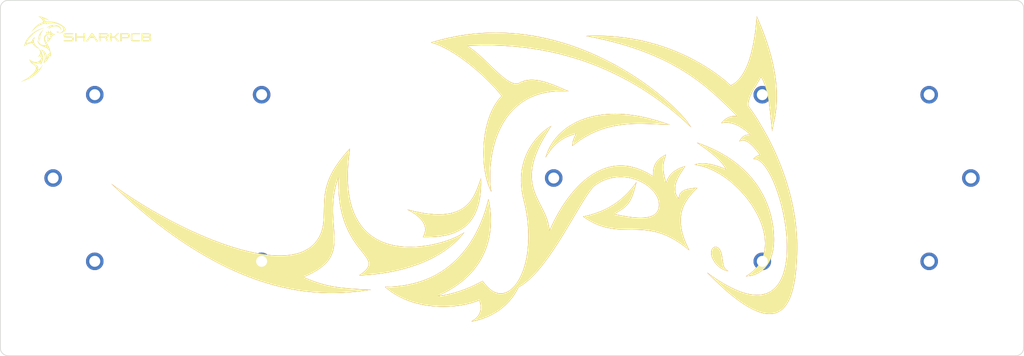
<source format=kicad_pcb>
(kicad_pcb (version 20171130) (host pcbnew 5.0.1)

  (general
    (thickness 1.6)
    (drawings 8)
    (tracks 11)
    (zones 0)
    (modules 2)
    (nets 1)
  )

  (page A4)
  (title_block
    (title SharkPCB)
    (date 2019-02-10)
    (rev V3.0.7)
    (company "Gondolin Electronics")
  )

  (layers
    (0 F.Cu signal)
    (31 B.Cu signal)
    (32 B.Adhes user hide)
    (33 F.Adhes user)
    (34 B.Paste user hide)
    (35 F.Paste user hide)
    (36 B.SilkS user)
    (37 F.SilkS user)
    (38 B.Mask user hide)
    (39 F.Mask user hide)
    (40 Dwgs.User user)
    (41 Cmts.User user)
    (42 Eco1.User user)
    (43 Eco2.User user)
    (44 Edge.Cuts user)
    (45 Margin user hide)
    (46 B.CrtYd user hide)
    (47 F.CrtYd user hide)
    (48 B.Fab user hide)
    (49 F.Fab user hide)
  )

  (setup
    (last_trace_width 0.254)
    (trace_clearance 0.13)
    (zone_clearance 0.127)
    (zone_45_only no)
    (trace_min 0.1)
    (segment_width 0.15)
    (edge_width 0.15)
    (via_size 0.45)
    (via_drill 0.2)
    (via_min_size 0.45)
    (via_min_drill 0.2)
    (uvia_size 0.45)
    (uvia_drill 0.2)
    (uvias_allowed no)
    (uvia_min_size 0.2)
    (uvia_min_drill 0.1)
    (pcb_text_width 0.3)
    (pcb_text_size 1.5 1.5)
    (mod_edge_width 0.15)
    (mod_text_size 1 1)
    (mod_text_width 0.15)
    (pad_size 1 2.2)
    (pad_drill 0.6)
    (pad_to_mask_clearance 0.051)
    (solder_mask_min_width 0.25)
    (aux_axis_origin 0 0)
    (grid_origin 148.463 102.743)
    (visible_elements FFFFFF7F)
    (pcbplotparams
      (layerselection 0x018f0_ffffffff)
      (usegerberextensions true)
      (usegerberattributes false)
      (usegerberadvancedattributes false)
      (creategerberjobfile false)
      (excludeedgelayer false)
      (linewidth 0.100000)
      (plotframeref false)
      (viasonmask false)
      (mode 1)
      (useauxorigin false)
      (hpglpennumber 1)
      (hpglpenspeed 20)
      (hpglpendiameter 15.000000)
      (psnegative false)
      (psa4output false)
      (plotreference true)
      (plotvalue true)
      (plotinvisibletext false)
      (padsonsilk false)
      (subtractmaskfromsilk false)
      (outputformat 1)
      (mirror false)
      (drillshape 0)
      (scaleselection 1)
      (outputdirectory "../../gerbers/plates/basePlate/"))
  )

  (net 0 "")

  (net_class Default "This is the default net class."
    (clearance 0.13)
    (trace_width 0.254)
    (via_dia 0.45)
    (via_drill 0.2)
    (uvia_dia 0.45)
    (uvia_drill 0.2)
  )

  (net_class Fine ""
    (clearance 0.13)
    (trace_width 0.13)
    (via_dia 0.508)
    (via_drill 0.2032)
    (uvia_dia 0.45)
    (uvia_drill 0.2)
  )

  (module sharkLogo:sharkPlated (layer F.Cu) (tedit 5C939033) (tstamp 5CCA2442)
    (at 136.463 111.343 300)
    (fp_text reference G*** (at 0 0 300) (layer F.SilkS) hide
      (effects (font (size 1.524 1.524) (thickness 0.3)))
    )
    (fp_text value LOGO (at 0.75 0 300) (layer F.SilkS) hide
      (effects (font (size 1.524 1.524) (thickness 0.3)))
    )
    (pad 1 smd custom (at -7 -29.75 300) (size 1.524 1.524) (layers F.Cu F.Paste F.SilkS F.Mask)
      (zone_connect 0)
      (options (clearance outline) (anchor circle))
      (primitives
        (gr_poly (pts
           (xy 8.23681 -13.878056) (xy 8.23281 -13.864269) (xy 8.213916 -13.827978) (xy 8.179073 -13.767501) (xy 8.127228 -13.681157)
           (xy 8.057326 -13.567266) (xy 7.968312 -13.424147) (xy 7.859132 -13.250119) (xy 7.72873 -13.043502) (xy 7.576054 -12.802613)
           (xy 7.400048 -12.525773) (xy 7.199657 -12.211301) (xy 6.973827 -11.857515) (xy 6.721504 -11.462736) (xy 6.720714 -11.4615)
           (xy 6.384459 -10.93427) (xy 6.074662 -10.445404) (xy 5.789185 -9.991282) (xy 5.525889 -9.568283) (xy 5.282635 -9.172785)
           (xy 5.057286 -8.801165) (xy 4.847704 -8.449803) (xy 4.651749 -8.115077) (xy 4.467284 -7.793366) (xy 4.29217 -7.481048)
           (xy 4.124269 -7.174501) (xy 3.961442 -6.870104) (xy 3.801552 -6.564235) (xy 3.642461 -6.253272) (xy 3.623806 -6.2164)
           (xy 3.144071 -5.221364) (xy 2.714211 -4.232763) (xy 2.333945 -3.248966) (xy 2.002994 -2.268344) (xy 1.721075 -1.289267)
           (xy 1.487909 -0.310104) (xy 1.303216 0.670774) (xy 1.166713 1.654998) (xy 1.078122 2.644197) (xy 1.037161 3.640002)
           (xy 1.043549 4.644042) (xy 1.097006 5.657948) (xy 1.197251 6.68335) (xy 1.287261 7.356074) (xy 1.305087 7.483831)
           (xy 1.318323 7.59284) (xy 1.325974 7.673668) (xy 1.327047 7.716881) (xy 1.325777 7.721289) (xy 1.298495 7.715029)
           (xy 1.238767 7.682621) (xy 1.154095 7.629298) (xy 1.051982 7.560296) (xy 0.939928 7.480846) (xy 0.825436 7.396185)
           (xy 0.716009 7.311544) (xy 0.619146 7.232159) (xy 0.595708 7.211943) (xy 0.34711 6.972498) (xy 0.095884 6.687487)
           (xy -0.154083 6.361728) (xy -0.398908 6.000036) (xy -0.458121 5.90575) (xy -0.518491 5.810539) (xy -0.569875 5.733857)
           (xy -0.606154 5.684565) (xy -0.620332 5.6708) (xy -0.634697 5.6943) (xy -0.658347 5.759776) (xy -0.6892 5.859691)
           (xy -0.725175 5.98651) (xy -0.764192 6.132695) (xy -0.804168 6.290712) (xy -0.843023 6.453022) (xy -0.872843 6.5852)
           (xy -0.998338 7.275977) (xy -1.073053 7.967179) (xy -1.097002 8.658644) (xy -1.070202 9.350211) (xy -0.992666 10.04172)
           (xy -0.864412 10.733011) (xy -0.685455 11.423921) (xy -0.45581 12.114291) (xy -0.298694 12.5161) (xy -0.228872 12.678642)
           (xy -0.14036 12.874399) (xy -0.038694 13.091936) (xy 0.07059 13.319817) (xy 0.181957 13.546604) (xy 0.289872 13.760862)
           (xy 0.388798 13.951155) (xy 0.456208 14.075676) (xy 0.506108 14.167807) (xy 0.543839 14.241735) (xy 0.564421 14.28746)
           (xy 0.566483 14.297183) (xy 0.546583 14.283692) (xy 0.499362 14.240828) (xy 0.432637 14.175905) (xy 0.379151 14.121907)
           (xy -0.055516 13.645057) (xy -0.47058 13.125323) (xy -0.862264 12.568096) (xy -1.226791 11.978764) (xy -1.560383 11.362716)
           (xy -1.574332 11.335) (xy -1.9031 10.627162) (xy -2.185979 9.904877) (xy -2.424057 9.164629) (xy -2.618422 8.402899)
           (xy -2.770162 7.616171) (xy -2.815184 7.3218) (xy -2.84718 7.091946) (xy -2.873487 6.887539) (xy -2.894637 6.69983)
           (xy -2.911158 6.520073) (xy -2.923582 6.33952) (xy -2.932439 6.149423) (xy -2.938258 5.941037) (xy -2.941569 5.705613)
           (xy -2.942903 5.434404) (xy -2.942938 5.2136) (xy -2.942269 4.942321) (xy -2.940742 4.713862) (xy -2.938051 4.520246)
           (xy -2.933889 4.353496) (xy -2.927952 4.205634) (xy -2.919931 4.068683) (xy -2.909521 3.934667) (xy -2.896417 3.795607)
           (xy -2.883953 3.6769) (xy -2.832408 3.250707) (xy -2.76937 2.811091) (xy -2.698079 2.378983) (xy -2.621775 1.975313)
           (xy -2.616543 1.9497) (xy -2.404244 1.037654) (xy -2.14166 0.123607) (xy -1.829233 -0.791656) (xy -1.4674 -1.707344)
           (xy -1.056601 -2.62267) (xy -0.597276 -3.536845) (xy -0.089864 -4.449082) (xy 0.465197 -5.358592) (xy 1.067465 -6.264586)
           (xy 1.716503 -7.166276) (xy 2.41187 -8.062875) (xy 3.153128 -8.953593) (xy 3.939837 -9.837642) (xy 3.973301 -9.874)
           (xy 4.119032 -10.029819) (xy 4.294868 -10.214023) (xy 4.494169 -10.419919) (xy 4.710297 -10.640811) (xy 4.936614 -10.870006)
           (xy 5.16648 -11.100809) (xy 5.393257 -11.326524) (xy 5.610306 -11.540459) (xy 5.810989 -11.735919) (xy 5.986789 -11.904426)
           (xy 6.144636 -12.052822) (xy 6.317357 -12.212862) (xy 6.501259 -12.381306) (xy 6.692646 -12.554914) (xy 6.887823 -12.730444)
           (xy 7.083097 -12.904656) (xy 7.274772 -13.07431) (xy 7.459154 -13.236163) (xy 7.632549 -13.386977) (xy 7.791262 -13.523509)
           (xy 7.931597 -13.642519) (xy 8.049861 -13.740767) (xy 8.14236 -13.815011) (xy 8.205398 -13.862011) (xy 8.23528 -13.878527)
           (xy 8.23681 -13.878056)) (width 0.01))
      ))
    (pad 1 smd custom (at -21 -15 300) (size 1.524 1.524) (layers F.Cu F.Paste F.SilkS F.Mask)
      (zone_connect 0)
      (options (clearance outline) (anchor circle))
      (primitives
        (gr_poly (pts
           (xy 24.8608 -32.486935) (xy 24.757817 -32.454001) (xy 24.617337 -32.409779) (xy 24.450473 -32.357729) (xy 24.26834 -32.301311)
           (xy 24.08205 -32.243987) (xy 23.9972 -32.218015) (xy 23.397357 -32.030691) (xy 22.764063 -31.825317) (xy 22.109549 -31.606071)
           (xy 21.446043 -31.37713) (xy 20.785774 -31.142669) (xy 20.140973 -30.906867) (xy 19.955367 -30.837609) (xy 18.240651 -30.168229)
           (xy 16.55094 -29.45536) (xy 14.886862 -28.699378) (xy 13.249043 -27.900661) (xy 11.638112 -27.059585) (xy 10.054696 -26.176526)
           (xy 8.499422 -25.251861) (xy 6.972918 -24.285967) (xy 5.475811 -23.27922) (xy 4.008729 -22.231997) (xy 2.572298 -21.144674)
           (xy 1.167147 -20.017629) (xy -0.206097 -18.851237) (xy -0.6154 -18.490462) (xy -0.957869 -18.18235) (xy -1.32417 -17.846102)
           (xy -1.708517 -17.487364) (xy -2.105127 -17.111785) (xy -2.508216 -16.725015) (xy -2.911999 -16.332699) (xy -3.310693 -15.940488)
           (xy -3.698512 -15.554029) (xy -4.069673 -15.178969) (xy -4.418392 -14.820959) (xy -4.738884 -14.485644) (xy -4.973668 -14.234719)
           (xy -6.157075 -12.9244) (xy -7.297406 -11.597895) (xy -8.397709 -10.251122) (xy -9.461032 -8.879999) (xy -10.490424 -7.480445)
           (xy -11.488932 -6.048377) (xy -12.459606 -4.579713) (xy -13.405494 -3.070371) (xy -13.804303 -2.409609) (xy -14.023412 -2.038781)
           (xy -14.25551 -1.639129) (xy -14.496571 -1.217948) (xy -14.742569 -0.782528) (xy -14.98948 -0.340163) (xy -15.233278 0.101855)
           (xy -15.469938 0.536233) (xy -15.695434 0.955679) (xy -15.905742 1.3529) (xy -16.096836 1.720604) (xy -16.244938 2.012039)
           (xy -16.36169 2.244778) (xy -15.949795 2.0464) (xy -15.651702 1.905837) (xy -15.349564 1.769653) (xy -15.039757 1.636583)
           (xy -14.718654 1.505357) (xy -14.382633 1.374709) (xy -14.028068 1.243371) (xy -13.651335 1.110076) (xy -13.248809 0.973556)
           (xy -12.816865 0.832543) (xy -12.35188 0.68577) (xy -11.850227 0.531969) (xy -11.308283 0.369873) (xy -10.722423 0.198214)
           (xy -10.389781 0.102034) (xy -9.930377 -0.030455) (xy -9.516055 -0.150415) (xy -9.142976 -0.259015) (xy -8.807305 -0.357423)
           (xy -8.505203 -0.446807) (xy -8.232832 -0.528333) (xy -7.986357 -0.603171) (xy -7.761938 -0.672487) (xy -7.555739 -0.73745)
           (xy -7.363923 -0.799227) (xy -7.182651 -0.858987) (xy -7.008087 -0.917896) (xy -6.836393 -0.977123) (xy -6.7876 -0.994171)
           (xy -6.234227 -1.196469) (xy -5.730368 -1.39854) (xy -5.274749 -1.601197) (xy -4.866097 -1.805255) (xy -4.503136 -2.011526)
           (xy -4.184593 -2.220824) (xy -3.909193 -2.433962) (xy -3.675661 -2.651754) (xy -3.482724 -2.875012) (xy -3.329106 -3.10455)
           (xy -3.253327 -3.249783) (xy -3.220932 -3.321696) (xy -3.19831 -3.383261) (xy -3.183418 -3.44659) (xy -3.174212 -3.523793)
           (xy -3.168649 -3.626983) (xy -3.164686 -3.76827) (xy -3.164499 -3.776317) (xy -3.153719 -4.052405) (xy -3.13369 -4.297582)
           (xy -3.102148 -4.531256) (xy -3.05683 -4.772833) (xy -3.038328 -4.858218) (xy -2.921207 -5.297679) (xy -2.765684 -5.7351)
           (xy -2.570758 -6.171792) (xy -2.33543 -6.609066) (xy -2.0587 -7.048233) (xy -1.73957 -7.490606) (xy -1.37704 -7.937496)
           (xy -0.970109 -8.390214) (xy -0.51778 -8.850072) (xy -0.019051 -9.318381) (xy 0.527076 -9.796452) (xy 1.061 -10.236997)
           (xy 1.185128 -10.335662) (xy 1.334479 -10.452446) (xy 1.505328 -10.584576) (xy 1.693956 -10.729274) (xy 1.896638 -10.883765)
           (xy 2.109655 -11.045272) (xy 2.329283 -11.21102) (xy 2.551801 -11.378233) (xy 2.773486 -11.544135) (xy 2.990617 -11.70595)
           (xy 3.199472 -11.860903) (xy 3.396329 -12.006216) (xy 3.577466 -12.139114) (xy 3.739162 -12.256821) (xy 3.877693 -12.356562)
           (xy 3.989338 -12.43556) (xy 4.070375 -12.491039) (xy 4.117083 -12.520224) (xy 4.127199 -12.523868) (xy 4.118637 -12.499518)
           (xy 4.086617 -12.442486) (xy 4.036527 -12.361902) (xy 3.988055 -12.28809) (xy 3.822782 -12.034109) (xy 3.643135 -11.744478)
           (xy 3.455331 -11.429984) (xy 3.265589 -11.101418) (xy 3.080126 -10.769566) (xy 2.90516 -10.445219) (xy 2.74691 -10.139164)
           (xy 2.729016 -10.103536) (xy 2.333003 -9.26244) (xy 1.987269 -8.422417) (xy 1.69183 -7.58378) (xy 1.446701 -6.746846)
           (xy 1.251899 -5.911929) (xy 1.107438 -5.079344) (xy 1.013334 -4.249406) (xy 0.969604 -3.42243) (xy 0.976261 -2.598732)
           (xy 1.033323 -1.778626) (xy 1.140805 -0.962428) (xy 1.298722 -0.150452) (xy 1.50709 0.656987) (xy 1.765925 1.459572)
           (xy 2.075241 2.25699) (xy 2.112375 2.344439) (xy 2.447787 3.075263) (xy 2.824541 3.797182) (xy 3.244226 4.512659)
           (xy 3.708431 5.224152) (xy 4.218741 5.934124) (xy 4.776745 6.645034) (xy 5.246484 7.2022) (xy 5.36276 7.332315)
           (xy 5.509998 7.491077) (xy 5.682115 7.672367) (xy 5.873031 7.87007) (xy 6.076664 8.078067) (xy 6.286931 8.290243)
           (xy 6.497752 8.50048) (xy 6.703044 8.702662) (xy 6.896726 8.890672) (xy 7.072717 9.058392) (xy 7.224934 9.199706)
           (xy 7.2967 9.264296) (xy 8.219414 10.048736) (xy 9.170276 10.791017) (xy 10.148861 11.490837) (xy 11.154748 12.147897)
           (xy 12.187511 12.761896) (xy 12.3386 12.846849) (xy 12.744142 13.067391) (xy 13.160503 13.282786) (xy 13.578048 13.488452)
           (xy 13.987139 13.679807) (xy 14.37814 13.852269) (xy 14.741415 14.001258) (xy 14.873235 14.051913) (xy 14.978473 14.092613)
           (xy 15.066369 14.128692) (xy 15.12565 14.155405) (xy 15.14403 14.16594) (xy 15.150495 14.174609) (xy 15.141611 14.179928)
           (xy 15.110261 14.181975) (xy 15.049332 14.180825) (xy 14.951711 14.176557) (xy 14.8151 14.169503) (xy 14.538931 14.148824)
           (xy 14.227234 14.115026) (xy 13.893012 14.070003) (xy 13.549267 14.015648) (xy 13.209002 13.953857) (xy 12.9101 13.892043)
           (xy 12.132783 13.700186) (xy 11.337768 13.464437) (xy 10.529237 13.18675) (xy 9.711372 12.869079) (xy 8.888356 12.513378)
           (xy 8.064372 12.121601) (xy 7.243603 11.695701) (xy 6.430232 11.237634) (xy 5.628441 10.749351) (xy 4.842413 10.232808)
           (xy 4.36938 9.902471) (xy 3.58411 9.320075) (xy 2.837658 8.723364) (xy 2.13123 8.113668) (xy 1.466032 7.492316)
           (xy 0.843267 6.860637) (xy 0.264142 6.21996) (xy -0.270138 5.571615) (xy -0.758369 4.91693) (xy -1.199345 4.257235)
           (xy -1.59186 3.59386) (xy -1.912751 2.973955) (xy -2.100551 2.564054) (xy -2.271282 2.151048) (xy -2.418445 1.751126)
           (xy -2.486403 1.544473) (xy -2.52757 1.415761) (xy -2.558471 1.32812) (xy -2.582986 1.273828) (xy -2.60499 1.245163)
           (xy -2.628362 1.234405) (xy -2.642649 1.233323) (xy -2.692817 1.237334) (xy -2.784761 1.248634) (xy -2.910182 1.265957)
           (xy -3.060783 1.288038) (xy -3.228265 1.313612) (xy -3.40433 1.341412) (xy -3.580678 1.370172) (xy -3.749013 1.398628)
           (xy -3.892 1.423873) (xy -4.813785 1.604922) (xy -5.766815 1.819124) (xy -6.745377 2.064781) (xy -7.743759 2.340193)
           (xy -8.756248 2.64366) (xy -9.777132 2.973484) (xy -10.800697 3.327965) (xy -11.821231 3.705402) (xy -12.641417 4.026667)
           (xy -13.496968 4.380293) (xy -14.325233 4.742577) (xy -15.124192 5.11235) (xy -15.891826 5.488447) (xy -16.626115 5.869701)
           (xy -17.32504 6.254943) (xy -17.98658 6.643006) (xy -18.608717 7.032724) (xy -19.18943 7.42293) (xy -19.726701 7.812455)
           (xy -20.218509 8.200133) (xy -20.662835 8.584797) (xy -20.878509 8.787167) (xy -20.976801 8.880851) (xy -21.062021 8.959497)
           (xy -21.127747 9.017383) (xy -21.167558 9.048785) (xy -21.176335 9.052531) (xy -21.175435 9.023431) (xy -21.162783 8.950284)
           (xy -21.139615 8.838153) (xy -21.107167 8.692101) (xy -21.066676 8.517194) (xy -21.019379 8.318494) (xy -20.966512 8.101066)
           (xy -20.909311 7.869973) (xy -20.849012 7.63028) (xy -20.786853 7.387049) (xy -20.724069 7.145346) (xy -20.661898 6.910233)
           (xy -20.601574 6.686774) (xy -20.575701 6.5926) (xy -20.13124 5.079466) (xy -19.639379 3.584372) (xy -19.100414 2.107877)
           (xy -18.514643 0.65054) (xy -17.882364 -0.78708) (xy -17.203873 -2.204422) (xy -16.479468 -3.600929) (xy -15.709447 -4.97604)
           (xy -14.894106 -6.329195) (xy -14.033744 -7.659837) (xy -13.128657 -8.967404) (xy -12.179142 -10.251338) (xy -11.185498 -11.51108)
           (xy -10.540155 -12.288291) (xy -9.719158 -13.233566) (xy -8.855962 -14.180857) (xy -7.958212 -15.122379) (xy -7.033555 -16.05035)
           (xy -6.089637 -16.956987) (xy -5.134104 -17.834508) (xy -4.7937 -18.137413) (xy -3.524694 -19.225037) (xy -2.214574 -20.285364)
           (xy -0.866034 -21.316824) (xy 0.518235 -22.317849) (xy 1.935544 -23.286869) (xy 3.3832 -24.222315) (xy 4.858513 -25.122618)
           (xy 6.358791 -25.986209) (xy 7.881343 -26.811517) (xy 9.423478 -27.596975) (xy 10.982506 -28.341012) (xy 12.555734 -29.04206)
           (xy 14.140472 -29.69855) (xy 15.734029 -30.308911) (xy 16.6312 -30.630655) (xy 17.326165 -30.868173) (xy 18.017718 -31.09354)
           (xy 18.702546 -31.305969) (xy 19.37734 -31.504674) (xy 20.038788 -31.688868) (xy 20.68358 -31.857764) (xy 21.308406 -32.010577)
           (xy 21.909954 -32.146519) (xy 22.484914 -32.264804) (xy 23.029975 -32.364646) (xy 23.541827 -32.445258) (xy 24.017159 -32.505853)
           (xy 24.45266 -32.545645) (xy 24.7592 -32.561628) (xy 25.1275 -32.573491) (xy 24.8608 -32.486935)) (width 0.01))
      ))
    (pad 1 smd custom (at -4 10.75 300) (size 1.524 1.524) (layers F.Cu F.Paste F.SilkS F.Mask)
      (zone_connect 0)
      (options (clearance outline) (anchor circle))
      (primitives
        (gr_poly (pts
           (xy -5.619291 -11.036141) (xy -5.562114 -11.009174) (xy -5.477316 -10.965371) (xy -5.360787 -10.902608) (xy -5.208417 -10.818764)
           (xy -5.017 -10.71222) (xy -4.198865 -10.235643) (xy -3.43021 -9.747584) (xy -2.711027 -9.248031) (xy -2.041308 -8.736975)
           (xy -1.421047 -8.214404) (xy -0.850235 -7.680309) (xy -0.328864 -7.134677) (xy 0.143073 -6.577499) (xy 0.565583 -6.008764)
           (xy 0.938675 -5.42846) (xy 1.262357 -4.836578) (xy 1.536635 -4.233106) (xy 1.761519 -3.618034) (xy 1.937015 -2.991352)
           (xy 2.06313 -2.353047) (xy 2.139874 -1.70311) (xy 2.167254 -1.04153) (xy 2.163166 -0.7297) (xy 2.130813 -0.16322)
           (xy 2.067262 0.405828) (xy 1.97162 0.980032) (xy 1.842999 1.561984) (xy 1.680506 2.154274) (xy 1.48325 2.759494)
           (xy 1.250341 3.380234) (xy 0.980888 4.019084) (xy 0.673999 4.678636) (xy 0.328784 5.36148) (xy -0.055649 6.070207)
           (xy -0.356533 6.596786) (xy -0.440905 6.741123) (xy -0.516488 6.869587) (xy -0.579648 6.976067) (xy -0.626749 7.054456)
           (xy -0.654158 7.098644) (xy -0.659629 7.1062) (xy -0.675314 7.086426) (xy -0.713363 7.032622) (xy -0.768023 6.953066)
           (xy -0.83185 6.85855) (xy -1.083932 6.517549) (xy -1.352393 6.223532) (xy -1.639777 5.9746) (xy -1.948627 5.768857)
           (xy -2.281486 5.604406) (xy -2.640898 5.479351) (xy -2.704316 5.462006) (xy -2.878926 5.426619) (xy -3.090032 5.400751)
           (xy -3.324149 5.384839) (xy -3.567791 5.379318) (xy -3.807474 5.384623) (xy -4.029711 5.401189) (xy -4.14176 5.415585)
           (xy -4.616457 5.509444) (xy -5.112229 5.648996) (xy -5.628467 5.833992) (xy -6.164562 6.064186) (xy -6.719903 6.339332)
           (xy -7.293881 6.659181) (xy -7.469484 6.763736) (xy -7.596665 6.840177) (xy -7.708396 6.906618) (xy -7.797624 6.958923)
           (xy -7.857296 6.992956) (xy -7.880246 7.0046) (xy -7.86638 6.98708) (xy -7.821381 6.937485) (xy -7.749431 6.860259)
           (xy -7.654708 6.759846) (xy -7.541391 6.640691) (xy -7.413662 6.507239) (xy -7.360721 6.45215) (xy -6.927753 5.997781)
           (xy -6.529578 5.570487) (xy -6.161768 5.165056) (xy -5.819897 4.776273) (xy -5.499539 4.398926) (xy -5.196269 4.027799)
           (xy -4.905659 3.657681) (xy -4.623283 3.283357) (xy -4.344972 2.899973) (xy -3.872129 2.208085) (xy -3.44855 1.527942)
           (xy -3.074171 0.859143) (xy -2.748931 0.201287) (xy -2.472765 -0.44603) (xy -2.245612 -1.083208) (xy -2.067409 -1.71065)
           (xy -1.938092 -2.328758) (xy -1.8576 -2.937933) (xy -1.82587 -3.538578) (xy -1.842838 -4.131094) (xy -1.908442 -4.715884)
           (xy -2.02262 -5.293349) (xy -2.185308 -5.863892) (xy -2.396444 -6.427914) (xy -2.655965 -6.985817) (xy -2.768685 -7.198912)
           (xy -2.936324 -7.495127) (xy -3.114357 -7.788558) (xy -3.306372 -8.084166) (xy -3.515959 -8.386914) (xy -3.746705 -8.701765)
           (xy -4.002199 -9.033681) (xy -4.28603 -9.387624) (xy -4.601785 -9.768558) (xy -4.774529 -9.97278) (xy -4.971981 -10.204915)
           (xy -5.13887 -10.401362) (xy -5.277634 -10.565055) (xy -5.390706 -10.69893) (xy -5.480525 -10.80592) (xy -5.549526 -10.88896)
           (xy -5.600146 -10.950985) (xy -5.634821 -10.99493) (xy -5.655987 -11.023729) (xy -5.66608 -11.040316) (xy -5.667537 -11.047626)
           (xy -5.667215 -11.048052) (xy -5.652955 -11.048392) (xy -5.619291 -11.036141)) (width 0.01))
      ))
    (pad 1 smd custom (at -4.75 27.25 300) (size 1.524 1.524) (layers F.Cu F.Paste F.SilkS F.Mask)
      (zone_connect 0)
      (options (clearance outline) (anchor circle))
      (primitives
        (gr_poly (pts
           (xy 3.87142 -18.057608) (xy 3.902033 -17.99279) (xy 3.944354 -17.892382) (xy 3.996013 -17.762624) (xy 4.054639 -17.609752)
           (xy 4.117864 -17.440005) (xy 4.183317 -17.259619) (xy 4.248629 -17.074832) (xy 4.311429 -16.891882) (xy 4.347127 -16.784956)
           (xy 4.620702 -15.876479) (xy 4.850515 -14.943032) (xy 5.036607 -13.98537) (xy 5.179019 -13.004251) (xy 5.277791 -12.000431)
           (xy 5.332966 -10.974667) (xy 5.344583 -9.927717) (xy 5.312684 -8.860336) (xy 5.23731 -7.773282) (xy 5.118503 -6.667311)
           (xy 4.956302 -5.54318) (xy 4.750749 -4.401646) (xy 4.501885 -3.243466) (xy 4.209751 -2.069396) (xy 3.874389 -0.880194)
           (xy 3.495838 0.323385) (xy 3.404856 0.595682) (xy 3.002373 1.739478) (xy 2.578545 2.848409) (xy 2.127818 3.935896)
           (xy 1.644639 5.015357) (xy 1.14235 6.0621) (xy 0.983397 6.381798) (xy 0.845116 6.657172) (xy 0.726611 6.889893)
           (xy 0.626986 7.081631) (xy 0.545346 7.234057) (xy 0.480792 7.348841) (xy 0.432431 7.427653) (xy 0.399365 7.472163)
           (xy 0.380698 7.484043) (xy 0.37973 7.483591) (xy 0.36549 7.45145) (xy 0.35679 7.386936) (xy 0.355555 7.34965)
           (xy 0.349206 7.189752) (xy 0.33189 6.992538) (xy 0.305358 6.769876) (xy 0.271363 6.533632) (xy 0.231656 6.295674)
           (xy 0.187988 6.067868) (xy 0.142111 5.862082) (xy 0.127211 5.802667) (xy 0.036091 5.49161) (xy -0.066273 5.223444)
           (xy -0.183676 4.990807) (xy -0.319914 4.786339) (xy -0.478784 4.602677) (xy -0.505437 4.575839) (xy -0.688469 4.418752)
           (xy -0.8909 4.292646) (xy -1.117188 4.196247) (xy -1.371789 4.128278) (xy -1.65916 4.087465) (xy -1.983757 4.072531)
           (xy -2.2477 4.077276) (xy -2.392375 4.084428) (xy -2.542455 4.094655) (xy -2.703504 4.108611) (xy -2.881085 4.126948)
           (xy -3.080763 4.150317) (xy -3.3081 4.179373) (xy -3.56866 4.214766) (xy -3.868007 4.257149) (xy -4.211703 4.307175)
           (xy -4.225021 4.309134) (xy -4.777103 4.388286) (xy -5.281251 4.456224) (xy -5.739033 4.513146) (xy -6.152017 4.559248)
           (xy -6.444793 4.58789) (xy -7.449895 4.654764) (xy -8.449007 4.672002) (xy -9.443387 4.63946) (xy -10.434293 4.556991)
           (xy -11.422981 4.424449) (xy -12.41071 4.241688) (xy -13.398738 4.008562) (xy -14.388321 3.724926) (xy -14.681 3.631495)
           (xy -15.569902 3.322983) (xy -16.455349 2.978869) (xy -17.341454 2.597232) (xy -18.232327 2.17615) (xy -19.132078 1.713703)
           (xy -20.04482 1.20797) (xy -20.732841 0.803641) (xy -21.336382 0.440592) (xy -21.154838 0.647846) (xy -20.515243 1.348453)
           (xy -19.855493 2.012028) (xy -19.171693 2.641655) (xy -18.459949 3.240417) (xy -17.716363 3.811399) (xy -16.937042 4.357686)
           (xy -16.11809 4.88236) (xy -15.255611 5.388507) (xy -14.9604 5.552201) (xy -14.749387 5.665519) (xy -14.497727 5.797083)
           (xy -14.211012 5.944104) (xy -13.894836 6.103793) (xy -13.554792 6.273362) (xy -13.196474 6.450023) (xy -12.825475 6.630987)
           (xy -12.447388 6.813465) (xy -12.067806 6.99467) (xy -12.0521 7.002123) (xy -11.572006 7.231541) (xy -11.135214 7.443899)
           (xy -10.737959 7.641249) (xy -10.376478 7.825643) (xy -10.047004 7.999133) (xy -9.745773 8.16377) (xy -9.469019 8.321607)
           (xy -9.212978 8.474695) (xy -8.973885 8.625087) (xy -8.747975 8.774834) (xy -8.562057 8.904172) (xy -8.077509 9.273114)
           (xy -7.637881 9.659853) (xy -7.241917 10.066548) (xy -6.888363 10.49536) (xy -6.575962 10.94845) (xy -6.30346 11.427977)
           (xy -6.069602 11.936103) (xy -5.873132 12.474987) (xy -5.712795 13.04679) (xy -5.587336 13.653673) (xy -5.512982 14.152)
           (xy -5.453443 14.752984) (xy -5.421225 15.393364) (xy -5.416288 16.06973) (xy -5.438591 16.778675) (xy -5.488095 17.516791)
           (xy -5.561603 18.25342) (xy -5.576966 18.391027) (xy -5.589283 18.50972) (xy -5.597735 18.600881) (xy -5.601503 18.655892)
           (xy -5.60103 18.668206) (xy -5.576557 18.658335) (xy -5.516886 18.619541) (xy -5.426146 18.555062) (xy -5.308464 18.468133)
           (xy -5.167969 18.36199) (xy -5.008788 18.23987) (xy -4.835051 18.105008) (xy -4.650884 17.96064) (xy -4.460416 17.810002)
           (xy -4.267775 17.656331) (xy -4.07709 17.502863) (xy -3.892488 17.352832) (xy -3.718097 17.209476) (xy -3.558046 17.07603)
           (xy -3.416545 16.955802) (xy -3.015557 16.604805) (xy -2.625664 16.250614) (xy -2.244959 15.890837) (xy -1.871535 15.523087)
           (xy -1.503484 15.144974) (xy -1.138898 14.754108) (xy -0.77587 14.3481) (xy -0.41249 13.924562) (xy -0.046853 13.481103)
           (xy 0.32295 13.015335) (xy 0.698827 12.524868) (xy 1.082685 12.007314) (xy 1.476432 11.460282) (xy 1.881976 10.881384)
           (xy 2.301225 10.26823) (xy 2.736086 9.618431) (xy 3.188467 8.929598) (xy 3.660275 8.199341) (xy 3.99947 7.667983)
           (xy 4.11669 7.484056) (xy 4.225312 7.314631) (xy 4.322368 7.164264) (xy 4.404886 7.037512) (xy 4.469898 6.93893)
           (xy 4.514433 6.873074) (xy 4.535522 6.844502) (xy 4.53677 6.843703) (xy 4.531815 6.871019) (xy 4.508833 6.940784)
           (xy 4.469586 7.048658) (xy 4.415839 7.190302) (xy 4.349352 7.361378) (xy 4.271891 7.557547) (xy 4.185216 7.77447)
           (xy 4.091092 8.007809) (xy 3.991281 8.253224) (xy 3.887546 8.506378) (xy 3.78165 8.762931) (xy 3.675356 9.018545)
           (xy 3.570427 9.26888) (xy 3.468625 9.509599) (xy 3.371714 9.736362) (xy 3.281456 9.94483) (xy 3.218555 10.088)
           (xy 2.566698 11.505376) (xy 1.882519 12.88502) (xy 1.164269 14.229773) (xy 0.410198 15.542472) (xy -0.381444 16.825959)
           (xy -1.212407 18.083071) (xy -2.084441 19.31665) (xy -2.999296 20.529534) (xy -3.934937 21.6958) (xy -4.806472 22.720485)
           (xy -5.724516 23.741933) (xy -6.684789 24.755815) (xy -7.683009 25.757802) (xy -8.714899 26.743567) (xy -9.776177 27.708781)
           (xy -10.535501 28.370944) (xy -11.793714 29.419501) (xy -13.098626 30.448877) (xy -14.449785 31.458791) (xy -15.846738 32.448962)
           (xy -17.28903 33.419109) (xy -18.776209 34.368951) (xy -20.307821 35.298208) (xy -21.883414 36.2066) (xy -23.502534 37.093844)
           (xy -25.164728 37.959661) (xy -26.869542 38.80377) (xy -28.616524 39.62589) (xy -28.9558 39.780775) (xy -30.770319 40.584147)
           (xy -32.630498 41.366426) (xy -34.535674 42.127366) (xy -36.485183 42.866724) (xy -38.478362 43.584255) (xy -40.514547 44.279714)
           (xy -42.593075 44.952856) (xy -44.713281 45.603439) (xy -44.955583 45.675563) (xy -45.195283 45.746544) (xy -45.390361 45.803928)
           (xy -45.544825 45.848807) (xy -45.662683 45.882272) (xy -45.747943 45.905418) (xy -45.804613 45.919336) (xy -45.8367 45.925118)
           (xy -45.848211 45.923859) (xy -45.844684 45.917951) (xy -45.818982 45.904859) (xy -45.755095 45.874992) (xy -45.661287 45.83214)
           (xy -45.545823 45.780094) (xy -45.4785 45.750001) (xy -43.925953 45.040919) (xy -42.364364 44.294125) (xy -40.798313 43.512335)
           (xy -39.232378 42.698262) (xy -37.671137 41.854619) (xy -36.11917 40.984123) (xy -34.581054 40.089485) (xy -33.061368 39.17342)
           (xy -31.564691 38.238643) (xy -30.0956 37.287868) (xy -28.658675 36.323807) (xy -27.258494 35.349176) (xy -25.899636 34.366689)
           (xy -24.586678 33.379059) (xy -24.5108 33.320729) (xy -23.43236 32.476838) (xy -22.394854 31.636922) (xy -21.398664 30.801449)
           (xy -20.444172 29.970891) (xy -19.53176 29.145717) (xy -18.661811 28.326398) (xy -17.834706 27.513405) (xy -17.050827 26.707208)
           (xy -16.310557 25.908276) (xy -15.614277 25.117081) (xy -14.96237 24.334092) (xy -14.355218 23.55978) (xy -13.793202 22.794615)
           (xy -13.276704 22.039068) (xy -12.806108 21.293609) (xy -12.381794 20.558708) (xy -12.004145 19.834835) (xy -11.673544 19.122462)
           (xy -11.390371 18.422057) (xy -11.155009 17.734092) (xy -10.96784 17.059036) (xy -10.847991 16.5015) (xy -10.806102 16.2679)
           (xy -10.773259 16.062912) (xy -10.748429 15.874553) (xy -10.730585 15.690843) (xy -10.718695 15.499799) (xy -10.71173 15.28944)
           (xy -10.70866 15.047785) (xy -10.708261 14.8759) (xy -10.708886 14.650626) (xy -10.710883 14.466803) (xy -10.71475 14.31509)
           (xy -10.720983 14.186145) (xy -10.730078 14.070626) (xy -10.742532 13.959192) (xy -10.758841 13.842502) (xy -10.765486 13.799113)
           (xy -10.884445 13.192544) (xy -11.049302 12.607116) (xy -11.260464 12.041928) (xy -11.518339 11.496078) (xy -11.823336 10.968666)
           (xy -12.175861 10.45879) (xy -12.415176 10.155071) (xy -12.596516 9.943048) (xy -12.786916 9.736027) (xy -12.98925 9.531843)
           (xy -13.206388 9.328326) (xy -13.441204 9.12331) (xy -13.696567 8.914629) (xy -13.975352 8.700113) (xy -14.28043 8.477598)
           (xy -14.614672 8.244914) (xy -14.98095 7.999895) (xy -15.382138 7.740375) (xy -15.821106 7.464184) (xy -16.300727 7.169158)
           (xy -16.6622 6.950263) (xy -17.015056 6.737382) (xy -17.328454 6.547329) (xy -17.606778 6.377271) (xy -17.85441 6.224374)
           (xy -18.075735 6.085804) (xy -18.275137 5.958728) (xy -18.456998 5.840312) (xy -18.625703 5.727722) (xy -18.785635 5.618125)
           (xy -18.941177 5.508686) (xy -19.096714 5.396572) (xy -19.256629 5.27895) (xy -19.3165 5.234424) (xy -19.890746 4.783695)
           (xy -20.43841 4.306958) (xy -20.960833 3.802246) (xy -21.459359 3.267589) (xy -21.935329 2.70102) (xy -22.390086 2.10057)
           (xy -22.824971 1.46427) (xy -23.241328 0.790152) (xy -23.640497 0.076247) (xy -24.023821 -0.679412) (xy -24.392643 -1.478795)
           (xy -24.748304 -2.323871) (xy -25.092147 -3.216606) (xy -25.108014 -3.2597) (xy -25.17166 -3.435217) (xy -25.239387 -3.626076)
           (xy -25.309295 -3.826539) (xy -25.379483 -4.030872) (xy -25.448054 -4.233338) (xy -25.513105 -4.428201) (xy -25.572739 -4.609726)
           (xy -25.625055 -4.772175) (xy -25.668153 -4.909813) (xy -25.700133 -5.016903) (xy -25.719097 -5.087711) (xy -25.723143 -5.116499)
           (xy -25.723023 -5.116645) (xy -25.69988 -5.105876) (xy -25.643151 -5.067978) (xy -25.559022 -5.007424) (xy -25.453679 -4.928688)
           (xy -25.333307 -4.836246) (xy -25.306995 -4.815742) (xy -24.329466 -4.071119) (xy -23.361344 -3.371835) (xy -22.403105 -2.718124)
           (xy -21.455226 -2.110219) (xy -20.51818 -1.548355) (xy -19.592443 -1.032767) (xy -18.678492 -0.563689) (xy -17.776799 -0.141354)
           (xy -16.887842 0.234002) (xy -16.012096 0.562146) (xy -15.150034 0.842843) (xy -14.302134 1.075859) (xy -13.46887 1.26096)
           (xy -12.722434 1.387749) (xy -12.057406 1.467304) (xy -11.387317 1.515747) (xy -10.7221 1.532939) (xy -10.071687 1.518741)
           (xy -9.44601 1.473012) (xy -9.1438 1.438051) (xy -8.390921 1.314168) (xy -7.653596 1.14195) (xy -6.932255 0.921556)
           (xy -6.22733 0.653146) (xy -5.53925 0.33688) (xy -4.868445 -0.027081) (xy -4.3559 -0.345017) (xy -3.715884 -0.79425)
           (xy -3.094623 -1.290076) (xy -2.492776 -1.831624) (xy -1.910998 -2.418021) (xy -1.349946 -3.048394) (xy -0.810279 -3.72187)
           (xy -0.292652 -4.437576) (xy 0.202277 -5.194641) (xy 0.673851 -5.992191) (xy 1.121414 -6.829355) (xy 1.544307 -7.705258)
           (xy 1.941875 -8.619028) (xy 2.022684 -8.817134) (xy 2.388059 -9.775313) (xy 2.717947 -10.748332) (xy 3.010904 -11.730345)
           (xy 3.265486 -12.715507) (xy 3.480251 -13.697971) (xy 3.653753 -14.67189) (xy 3.784549 -15.631419) (xy 3.839968 -16.1756)
           (xy 3.848247 -16.293157) (xy 3.855409 -16.442197) (xy 3.861397 -16.61521) (xy 3.866155 -16.804688) (xy 3.869628 -17.00312)
           (xy 3.87176 -17.202996) (xy 3.872494 -17.396808) (xy 3.871776 -17.577045) (xy 3.869549 -17.736198) (xy 3.865757 -17.866756)
           (xy 3.860344 -17.961211) (xy 3.853626 -18.01075) (xy 3.846168 -18.060481) (xy 3.854884 -18.0806) (xy 3.87142 -18.057608)
) (width 0.01))
      ))
    (pad 1 smd custom (at 33 -38 300) (size 1.524 1.524) (layers F.Cu F.Paste F.SilkS F.Mask)
      (zone_connect 0)
      (options (clearance outline) (anchor circle))
      (primitives
        (gr_poly (pts
           (xy -1.053857 -1.304805) (xy -0.834115 -1.275145) (xy -0.593773 -1.225783) (xy -0.329061 -1.155805) (xy -0.036208 -1.064296)
           (xy 0.288556 -0.950344) (xy 0.649001 -0.813034) (xy 1.048898 -0.651452) (xy 1.1376 -0.614618) (xy 1.412518 -0.501573)
           (xy 1.648057 -0.408715) (xy 1.85063 -0.334245) (xy 2.026651 -0.276362) (xy 2.182535 -0.233266) (xy 2.324696 -0.203157)
           (xy 2.45955 -0.184234) (xy 2.593509 -0.174697) (xy 2.7124 -0.172629) (xy 3.01952 -0.197846) (xy 3.315766 -0.272205)
           (xy 3.603659 -0.396353) (xy 3.623883 -0.407097) (xy 3.710552 -0.45187) (xy 3.778823 -0.483671) (xy 3.81768 -0.497501)
           (xy 3.822332 -0.497135) (xy 3.809855 -0.475893) (xy 3.768053 -0.425337) (xy 3.703076 -0.352515) (xy 3.621075 -0.264474)
           (xy 3.600129 -0.242475) (xy 3.26732 0.068972) (xy 2.898392 0.345157) (xy 2.494206 0.58565) (xy 2.055623 0.790018)
           (xy 1.583505 0.957829) (xy 1.078714 1.088652) (xy 0.8582 1.132277) (xy 0.716832 1.151801) (xy 0.538528 1.167252)
           (xy 0.335032 1.178445) (xy 0.118085 1.185197) (xy -0.100569 1.187326) (xy -0.309188 1.184647) (xy -0.496029 1.176977)
           (xy -0.649349 1.164133) (xy -0.7039 1.156676) (xy -1.068256 1.080262) (xy -1.397799 0.974455) (xy -1.69078 0.840394)
           (xy -1.945449 0.679215) (xy -2.160058 0.492058) (xy -2.332857 0.28006) (xy -2.462096 0.044358) (xy -2.479772 0.0016)
           (xy -2.541005 -0.212765) (xy -2.554008 -0.417499) (xy -2.520955 -0.609327) (xy -2.444016 -0.78497) (xy -2.325364 -0.941154)
           (xy -2.16717 -1.074599) (xy -1.971608 -1.18203) (xy -1.740848 -1.26017) (xy -1.627185 -1.284707) (xy -1.446622 -1.308672)
           (xy -1.256769 -1.315676) (xy -1.053857 -1.304805)) (width 0.01))
      ))
    (pad 1 smd custom (at 23.5 -51.5 300) (size 1.524 1.524) (layers F.Cu F.Paste F.SilkS F.Mask)
      (zone_connect 0)
      (options (clearance outline) (anchor circle))
      (primitives
        (gr_poly (pts
           (xy 1.574494 -2.569875) (xy 1.6841 -2.568476) (xy 1.984806 -2.563964) (xy 2.243331 -2.558966) (xy 2.468291 -2.553019)
           (xy 2.668304 -2.545666) (xy 2.851987 -2.536445) (xy 3.027959 -2.524896) (xy 3.204836 -2.510561) (xy 3.391237 -2.492977)
           (xy 3.595779 -2.471687) (xy 3.6907 -2.46136) (xy 4.732856 -2.32139) (xy 5.766388 -2.131447) (xy 6.790458 -1.891758)
           (xy 7.80423 -1.60255) (xy 8.806867 -1.264051) (xy 9.797533 -0.876486) (xy 10.2439 -0.684052) (xy 10.452304 -0.588805)
           (xy 10.692868 -0.474212) (xy 10.955235 -0.345561) (xy 11.229046 -0.208137) (xy 11.503943 -0.067226) (xy 11.769568 0.071884)
           (xy 12.015564 0.203908) (xy 12.231572 0.323559) (xy 12.3394 0.385417) (xy 12.883081 0.715732) (xy 13.383039 1.047665)
           (xy 13.846215 1.386513) (xy 14.279554 1.737574) (xy 14.689998 2.106146) (xy 15.019398 2.430327) (xy 15.391336 2.831266)
           (xy 15.719035 3.228048) (xy 16.007754 3.627933) (xy 16.262752 4.038185) (xy 16.479718 4.4465) (xy 16.682483 4.8914)
           (xy 16.844062 5.319779) (xy 16.966772 5.741347) (xy 17.05293 6.165814) (xy 17.104853 6.60289) (xy 17.124858 7.062285)
           (xy 17.125244 7.1516) (xy 17.106595 7.649858) (xy 17.050796 8.122773) (xy 16.955868 8.581657) (xy 16.81983 9.037824)
           (xy 16.771185 9.174539) (xy 16.733427 9.271195) (xy 16.684393 9.388303) (xy 16.627874 9.517717) (xy 16.567661 9.651295)
           (xy 16.507545 9.780893) (xy 16.451318 9.898366) (xy 16.402769 9.995572) (xy 16.365692 10.064367) (xy 16.343877 10.096606)
           (xy 16.341283 10.098) (xy 16.334435 10.074707) (xy 16.329395 10.013249) (xy 16.327135 9.926251) (xy 16.327096 9.91385)
           (xy 16.323241 9.751085) (xy 16.312578 9.551786) (xy 16.296223 9.329593) (xy 16.275293 9.09815) (xy 16.250905 8.8711)
           (xy 16.225278 8.669949) (xy 16.110687 8.022913) (xy 15.951278 7.399278) (xy 15.747633 6.799644) (xy 15.500332 6.224613)
           (xy 15.209954 5.674787) (xy 14.877081 5.150767) (xy 14.502292 4.653155) (xy 14.086168 4.182553) (xy 13.629289 3.739561)
           (xy 13.132234 3.324782) (xy 12.595585 2.938817) (xy 12.019921 2.582268) (xy 11.405823 2.255736) (xy 10.75387 1.959823)
           (xy 10.064643 1.695131) (xy 9.338723 1.46226) (xy 9.248702 1.436349) (xy 8.667532 1.283618) (xy 8.070323 1.151969)
           (xy 7.449653 1.040116) (xy 6.798104 0.946772) (xy 6.108254 0.870652) (xy 5.8497 0.847268) (xy 5.711675 0.838257)
           (xy 5.530408 0.830704) (xy 5.313435 0.824609) (xy 5.068294 0.819972) (xy 4.802521 0.816793) (xy 4.523653 0.81507)
           (xy 4.239226 0.814804) (xy 3.956778 0.815995) (xy 3.683845 0.818641) (xy 3.427964 0.822743) (xy 3.196671 0.828301)
           (xy 2.997505 0.835314) (xy 2.838 0.843781) (xy 2.789 0.847409) (xy 2.25526 0.894706) (xy 1.760778 0.945947)
           (xy 1.29407 1.002677) (xy 0.843648 1.066439) (xy 0.398028 1.138779) (xy -0.054275 1.221239) (xy -0.1955 1.248676)
           (xy -1.187889 1.46489) (xy -2.159559 1.718262) (xy -3.108299 2.007787) (xy -4.031894 2.33246) (xy -4.928133 2.691276)
           (xy -5.794801 3.08323) (xy -6.629685 3.507316) (xy -7.430573 3.962529) (xy -8.19525 4.447864) (xy -8.921505 4.962316)
           (xy -9.607123 5.504879) (xy -9.655061 5.545171) (xy -9.815799 5.685893) (xy -10.000118 5.855786) (xy -10.200117 6.046892)
           (xy -10.407901 6.251254) (xy -10.615571 6.460913) (xy -10.81523 6.667913) (xy -10.998979 6.864296) (xy -11.158922 7.042103)
           (xy -11.269856 7.172206) (xy -11.360757 7.28074) (xy -11.440162 7.372015) (xy -11.50277 7.440226) (xy -11.54328 7.479563)
           (xy -11.556356 7.486033) (xy -11.555734 7.438969) (xy -11.53905 7.352592) (xy -11.508827 7.234868) (xy -11.467589 7.093761)
           (xy -11.417859 6.937237) (xy -11.362161 6.773261) (xy -11.303018 6.609799) (xy -11.242955 6.454814) (xy -11.188849 6.3261)
           (xy -10.97075 5.884338) (xy -10.703354 5.435511) (xy -10.387526 4.980586) (xy -10.02413 4.520529) (xy -9.61403 4.056307)
           (xy -9.15809 3.588886) (xy -8.657175 3.119232) (xy -8.11215 2.648311) (xy -7.523878 2.177091) (xy -7.378341 2.065571)
           (xy -7.093581 1.849175) (xy -7.189023 1.833914) (xy -7.258006 1.829322) (xy -7.367828 1.829652) (xy -7.508827 1.834307)
           (xy -7.671341 1.842694) (xy -7.845711 1.854216) (xy -8.022274 1.868278) (xy -8.19137 1.884286) (xy -8.343336 1.901644)
           (xy -8.390951 1.907964) (xy -8.786177 1.970445) (xy -9.186608 2.049509) (xy -9.600445 2.147194) (xy -10.035887 2.265538)
           (xy -10.501134 2.406581) (xy -10.8381 2.516292) (xy -11.120559 2.612188) (xy -11.400432 2.71078) (xy -11.681725 2.813748)
           (xy -11.96844 2.922773) (xy -12.26458 3.039535) (xy -12.574151 3.165714) (xy -12.901154 3.30299) (xy -13.249593 3.453044)
           (xy -13.623473 3.617556) (xy -14.026795 3.798206) (xy -14.463565 3.996674) (xy -14.937784 4.21464) (xy -15.443386 4.449098)
           (xy -15.526291 4.485488) (xy -15.585698 4.507289) (xy -15.612176 4.511218) (xy -15.611935 4.50779) (xy -15.5863 4.481119)
           (xy -15.526852 4.426622) (xy -15.438927 4.34884) (xy -15.327862 4.252316) (xy -15.198996 4.141591) (xy -15.057665 4.021209)
           (xy -14.909207 3.895712) (xy -14.758959 3.769643) (xy -14.612259 3.647543) (xy -14.474444 3.533956) (xy -14.350852 3.433423)
           (xy -14.32687 3.414127) (xy -13.362385 2.667927) (xy -12.388959 1.97064) (xy -11.406893 1.322396) (xy -10.416488 0.723327)
           (xy -9.418044 0.173563) (xy -8.411863 -0.326764) (xy -7.398244 -0.777524) (xy -6.37749 -1.178584) (xy -5.349901 -1.529814)
           (xy -4.315778 -1.831084) (xy -3.275421 -2.082261) (xy -2.229131 -2.283214) (xy -1.17721 -2.433813) (xy -0.8178 -2.473577)
           (xy -0.51299 -2.503213) (xy -0.229662 -2.527068) (xy 0.042099 -2.545519) (xy 0.31221 -2.558942) (xy 0.590588 -2.567713)
           (xy 0.88715 -2.572208) (xy 1.211813 -2.572803) (xy 1.574494 -2.569875)) (width 0.01))
      ))
    (pad 1 smd custom (at 46 -40.5 300) (size 1.524 1.524) (layers F.Cu F.Paste F.SilkS F.Mask)
      (zone_connect 0)
      (options (clearance outline) (anchor circle))
      (primitives
        (gr_poly (pts
           (xy -56.207799 -32.674629) (xy -56.121066 -32.666864) (xy -56.000323 -32.654932) (xy -55.853796 -32.639657) (xy -55.689712 -32.621866)
           (xy -55.60672 -32.612628) (xy -54.098116 -32.427639) (xy -52.632511 -32.216135) (xy -51.20949 -31.977983) (xy -49.82864 -31.713054)
           (xy -48.489549 -31.421216) (xy -47.191803 -31.102337) (xy -45.93499 -30.756286) (xy -44.718695 -30.382933) (xy -43.542506 -29.982145)
           (xy -42.406009 -29.553793) (xy -41.308792 -29.097743) (xy -40.250442 -28.613867) (xy -39.230545 -28.102031) (xy -38.248688 -27.562105)
           (xy -37.304458 -26.993958) (xy -36.7163 -26.613205) (xy -36.349846 -26.365414) (xy -35.997091 -26.11887) (xy -35.652617 -25.869277)
           (xy -35.311007 -25.612336) (xy -34.966844 -25.34375) (xy -34.614712 -25.05922) (xy -34.249193 -24.754449) (xy -33.86487 -24.425139)
           (xy -33.456326 -24.066992) (xy -33.050237 -23.704575) (xy -32.781622 -23.464029) (xy -32.547365 -23.256286) (xy -32.34497 -23.079185)
           (xy -32.171944 -22.930565) (xy -32.025792 -22.808263) (xy -31.90402 -22.710117) (xy -31.892636 -22.701195) (xy -31.847477 -22.661814)
           (xy -31.828605 -22.636936) (xy -31.829273 -22.63455) (xy -31.840659 -22.635452) (xy -31.869747 -22.644663) (xy -31.918771 -22.663154)
           (xy -31.989964 -22.691894) (xy -32.085559 -22.73185) (xy -32.20779 -22.783992) (xy -32.358889 -22.84929) (xy -32.54109 -22.928711)
           (xy -32.756626 -23.023226) (xy -33.00773 -23.133803) (xy -33.296637 -23.26141) (xy -33.625578 -23.407018) (xy -33.996787 -23.571595)
           (xy -34.3414 -23.724542) (xy -34.908766 -23.975754) (xy -35.433363 -24.206509) (xy -35.918341 -24.418082) (xy -36.36685 -24.611748)
           (xy -36.782037 -24.788779) (xy -37.167053 -24.950451) (xy -37.525047 -25.098038) (xy -37.859168 -25.232814) (xy -38.172565 -25.356053)
           (xy -38.468388 -25.469029) (xy -38.749785 -25.573018) (xy -39.019906 -25.669292) (xy -39.2819 -25.759127) (xy -39.538916 -25.843797)
           (xy -39.7262 -25.903389) (xy -40.260336 -26.065046) (xy -40.75716 -26.202744) (xy -41.223433 -26.317786) (xy -41.665914 -26.411477)
           (xy -42.091364 -26.485122) (xy -42.506542 -26.540027) (xy -42.918209 -26.577495) (xy -43.32826 -26.598672) (xy -43.818819 -26.614933)
           (xy -43.618376 -26.287017) (xy -43.543181 -26.162679) (xy -43.462087 -26.025844) (xy -43.372709 -25.872311) (xy -43.27266 -25.69788)
           (xy -43.159557 -25.498352) (xy -43.031012 -25.269524) (xy -42.884642 -25.007197) (xy -42.718061 -24.707171) (xy -42.595577 -24.4859)
           (xy -42.420656 -24.171576) (xy -42.264603 -23.895691) (xy -42.12332 -23.651375) (xy -41.992711 -23.431754) (xy -41.868677 -23.229956)
           (xy -41.747121 -23.039109) (xy -41.623947 -22.85234) (xy -41.603697 -22.8222) (xy -41.28125 -22.371152) (xy -40.955217 -21.970343)
           (xy -40.625141 -21.61931) (xy -40.290562 -21.317588) (xy -39.951022 -21.064713) (xy -39.737334 -20.931981) (xy -39.532568 -20.814303)
           (xy -39.178534 -20.852953) (xy -38.762819 -20.895187) (xy -38.299194 -20.936415) (xy -37.790541 -20.97642) (xy -37.239745 -21.014983)
           (xy -36.649688 -21.051887) (xy -36.2464 -21.074884) (xy -36.091805 -21.081656) (xy -35.891795 -21.087667) (xy -35.651748 -21.092917)
           (xy -35.377044 -21.097406) (xy -35.073062 -21.101133) (xy -34.745181 -21.1041) (xy -34.398779 -21.106304) (xy -34.039237 -21.107748)
           (xy -33.671932 -21.108429) (xy -33.302245 -21.108349) (xy -32.935553 -21.107506) (xy -32.577237 -21.105902) (xy -32.232675 -21.103536)
           (xy -31.907246 -21.100407) (xy -31.606329 -21.096516) (xy -31.335303 -21.091863) (xy -31.099547 -21.086447) (xy -30.904441 -21.080268)
           (xy -30.7854 -21.074996) (xy -30.099391 -21.036964) (xy -29.455653 -20.997031) (xy -28.845671 -20.954503) (xy -28.260932 -20.908687)
           (xy -27.69292 -20.858889) (xy -27.133121 -20.804415) (xy -26.57302 -20.744573) (xy -26.188 -20.700502) (xy -24.590863 -20.49255)
           (xy -23.01549 -20.246404) (xy -21.463259 -19.962477) (xy -19.935548 -19.641181) (xy -18.433733 -19.28293) (xy -16.959193 -18.888137)
           (xy -15.513304 -18.457215) (xy -14.097443 -17.990578) (xy -12.712989 -17.488638) (xy -11.361318 -16.951808) (xy -10.043808 -16.380501)
           (xy -8.761836 -15.775132) (xy -7.516779 -15.136112) (xy -7.3666 -15.055396) (xy -6.749102 -14.71538) (xy -6.11344 -14.353058)
           (xy -5.466352 -13.97271) (xy -4.814574 -13.578612) (xy -4.164842 -13.175042) (xy -3.523891 -12.76628) (xy -2.898459 -12.356602)
           (xy -2.295281 -11.950288) (xy -1.721095 -11.551614) (xy -1.182634 -11.164859) (xy -0.8388 -10.909708) (xy -0.169908 -10.392365)
           (xy 0.45753 -9.879101) (xy 1.042387 -9.370999) (xy 1.583538 -8.869146) (xy 2.079858 -8.374623) (xy 2.530219 -7.888517)
           (xy 2.933496 -7.411911) (xy 3.288563 -6.94589) (xy 3.313731 -6.910674) (xy 3.639994 -6.421056) (xy 3.919848 -5.935226)
           (xy 4.152466 -5.454886) (xy 4.337022 -4.98174) (xy 4.46926 -4.531581) (xy 4.524146 -4.28607) (xy 4.562008 -4.060813)
           (xy 4.584517 -3.838732) (xy 4.593347 -3.602754) (xy 4.59017 -3.3358) (xy 4.589248 -3.306495) (xy 4.566691 -2.95148)
           (xy 4.521302 -2.627435) (xy 4.449382 -2.319374) (xy 4.347235 -2.012313) (xy 4.211161 -1.691269) (xy 4.168249 -1.6005)
           (xy 3.943747 -1.181478) (xy 3.678977 -0.773547) (xy 3.37228 -0.374901) (xy 3.021996 0.016269) (xy 2.626467 0.40177)
           (xy 2.184034 0.783408) (xy 1.693038 1.162992) (xy 1.5107 1.294778) (xy 0.947398 1.675557) (xy 0.334298 2.05255)
           (xy -0.32771 2.425355) (xy -1.037737 2.793569) (xy -1.794894 3.156791) (xy -2.598291 3.514617) (xy -3.447039 3.866644)
           (xy -4.340249 4.212471) (xy -5.277031 4.551694) (xy -6.256495 4.883911) (xy -6.8205 5.065853) (xy -7.080984 5.147536)
           (xy -7.358864 5.2331) (xy -7.650538 5.321538) (xy -7.952404 5.411844) (xy -8.260859 5.503013) (xy -8.572301 5.594039)
           (xy -8.883126 5.683916) (xy -9.189733 5.771639) (xy -9.488519 5.856201) (xy -9.775882 5.936596) (xy -10.048218 6.01182)
           (xy -10.301925 6.080865) (xy -10.533401 6.142727) (xy -10.739042 6.196399) (xy -10.915248 6.240875) (xy -11.058414 6.27515)
           (xy -11.164938 6.298218) (xy -11.231219 6.309073) (xy -11.253653 6.30671) (xy -11.250684 6.302743) (xy -11.225332 6.290119)
           (xy -11.160708 6.260015) (xy -11.063916 6.215682) (xy -10.942062 6.16037) (xy -10.802251 6.097331) (xy -10.7702 6.082933)
           (xy -9.794461 5.631837) (xy -8.864501 5.175257) (xy -7.980726 4.713474) (xy -7.143538 4.246771) (xy -6.353344 3.77543)
           (xy -5.610546 3.299735) (xy -4.91555 2.819967) (xy -4.268759 2.336409) (xy -3.670578 1.849344) (xy -3.121411 1.359054)
           (xy -2.621662 0.865822) (xy -2.171737 0.369931) (xy -1.772038 -0.128337) (xy -1.65502 -0.287943) (xy -1.322128 -0.789409)
           (xy -1.039324 -1.294447) (xy -0.80668 -1.802626) (xy -0.624267 -2.313514) (xy -0.492158 -2.826679) (xy -0.410425 -3.341688)
           (xy -0.379139 -3.85811) (xy -0.398372 -4.375512) (xy -0.468196 -4.893462) (xy -0.588683 -5.411527) (xy -0.730491 -5.850302)
           (xy -0.941883 -6.360364) (xy -1.203269 -6.869936) (xy -1.513842 -7.378299) (xy -1.872796 -7.884735) (xy -2.279325 -8.388525)
           (xy -2.732623 -8.888952) (xy -3.231884 -9.385296) (xy -3.776301 -9.87684) (xy -4.365068 -10.362865) (xy -4.997379 -10.842653)
           (xy -5.672429 -11.315485) (xy -6.38941 -11.780644) (xy -7.147517 -12.23741) (xy -7.945943 -12.685066) (xy -8.783883 -13.122893)
           (xy -9.0303 -13.246012) (xy -9.787336 -13.609579) (xy -10.558898 -13.958901) (xy -11.342596 -14.29349) (xy -12.136038 -14.612858)
           (xy -12.936833 -14.916517) (xy -13.742589 -15.203978) (xy -14.550913 -15.474753) (xy -15.359415 -15.728355) (xy -16.165703 -15.964296)
           (xy -16.967385 -16.182086) (xy -17.762069 -16.381238) (xy -18.547364 -16.561265) (xy -19.320879 -16.721677) (xy -20.08022 -16.861987)
           (xy -20.822998 -16.981706) (xy -21.54682 -17.080347) (xy -22.249294 -17.157421) (xy -22.928029 -17.212441) (xy -23.580634 -17.244917)
           (xy -24.204715 -17.254363) (xy -24.797883 -17.240289) (xy -25.357745 -17.202209) (xy -25.88191 -17.139633) (xy -26.367985 -17.052073)
           (xy -26.81358 -16.939042) (xy -26.9373 -16.900647) (xy -27.267365 -16.777892) (xy -27.566641 -16.634803) (xy -27.831452 -16.474006)
           (xy -28.05812 -16.298125) (xy -28.242969 -16.109786) (xy -28.382321 -15.911612) (xy -28.418157 -15.84355) (xy -28.448669 -15.789228)
           (xy -28.472464 -15.761804) (xy -28.475254 -15.761) (xy -28.496328 -15.784087) (xy -28.524516 -15.846399) (xy -28.556172 -15.937515)
           (xy -28.587652 -16.047012) (xy -28.613648 -16.156567) (xy -28.635435 -16.305704) (xy -28.647178 -16.489765) (xy -28.64899 -16.693899)
           (xy -28.640983 -16.903253) (xy -28.623268 -17.102979) (xy -28.60558 -17.226612) (xy -28.561176 -17.485724) (xy -28.663638 -17.473702)
           (xy -29.153384 -17.413454) (xy -29.597538 -17.352684) (xy -30.001308 -17.290327) (xy -30.369901 -17.225315) (xy -30.708522 -17.156581)
           (xy -31.022379 -17.083059) (xy -31.316677 -17.003681) (xy -31.596624 -16.917381) (xy -31.867424 -16.823092) (xy -31.903 -16.809903)
           (xy -32.259155 -16.660558) (xy -32.575384 -16.49386) (xy -32.849954 -16.311252) (xy -33.081134 -16.114177) (xy -33.267188 -15.904077)
           (xy -33.406385 -15.682394) (xy -33.483924 -15.4943) (xy -33.496566 -15.434988) (xy -33.509627 -15.341302) (xy -33.520978 -15.229605)
           (xy -33.524791 -15.180285) (xy -33.5413 -14.942469) (xy -33.666263 -15.152879) (xy -33.850505 -15.49981) (xy -33.986046 -15.837682)
           (xy -34.072882 -16.165788) (xy -34.111009 -16.483423) (xy -34.100423 -16.78988) (xy -34.04112 -17.084454) (xy -33.933097 -17.366438)
           (xy -33.776349 -17.635125) (xy -33.680468 -17.763312) (xy -33.621255 -17.838141) (xy -33.576884 -17.896781) (xy -33.555041 -17.928992)
           (xy -33.554 -17.931756) (xy -33.576604 -17.930879) (xy -33.640337 -17.91357) (xy -33.739087 -17.882067) (xy -33.866742 -17.83861)
           (xy -34.017186 -17.785437) (xy -34.184308 -17.72479) (xy -34.361993 -17.658907) (xy -34.544128 -17.590027) (xy -34.7246 -17.52039)
           (xy -34.897295 -17.452236) (xy -35.056101 -17.387803) (xy -35.173895 -17.338363) (xy -35.781664 -17.05909) (xy -36.342019 -16.761914)
           (xy -36.85494 -16.446855) (xy -37.320404 -16.113932) (xy -37.73839 -15.763166) (xy -38.108877 -15.394575) (xy -38.431843 -15.008179)
           (xy -38.707267 -14.603998) (xy -38.935127 -14.182051) (xy -39.115402 -13.742358) (xy -39.118815 -13.732538) (xy -39.156604 -13.625268)
           (xy -39.182502 -13.559816) (xy -39.200654 -13.529795) (xy -39.215201 -13.528819) (xy -39.230286 -13.550501) (xy -39.233269 -13.556109)
           (xy -39.26062 -13.622055) (xy -39.295855 -13.727226) (xy -39.336119 -13.861196) (xy -39.378555 -14.013539) (xy -39.420308 -14.173829)
           (xy -39.458519 -14.331639) (xy -39.490334 -14.476543) (xy -39.502704 -14.539577) (xy -39.533966 -14.756186) (xy -39.553148 -14.99607)
           (xy -39.560106 -15.243966) (xy -39.554695 -15.484613) (xy -39.536767 -15.702749) (xy -39.515133 -15.841829) (xy -39.410247 -16.244612)
           (xy -39.258939 -16.630228) (xy -39.059733 -17.002149) (xy -38.949088 -17.173285) (xy -38.874203 -17.286819) (xy -38.830968 -17.361839)
           (xy -38.818933 -17.399205) (xy -38.82917 -17.403325) (xy -38.862623 -17.394275) (xy -38.940044 -17.373603) (xy -39.056287 -17.342675)
           (xy -39.206206 -17.302858) (xy -39.384658 -17.255516) (xy -39.586497 -17.202015) (xy -39.806579 -17.143722) (xy -39.9929 -17.094401)
           (xy -40.935165 -16.842178) (xy -41.830769 -16.596393) (xy -42.683272 -16.355833) (xy -43.496234 -16.119289) (xy -44.273214 -15.885547)
           (xy -45.017773 -15.653396) (xy -45.733469 -15.421626) (xy -46.423864 -15.189024) (xy -47.092517 -14.954378) (xy -47.742988 -14.716477)
           (xy -48.378836 -14.47411) (xy -49.003621 -14.226065) (xy -49.620904 -13.97113) (xy -50.234244 -13.708094) (xy -50.8472 -13.435745)
           (xy -51.1562 -13.294986) (xy -52.428352 -12.687136) (xy -53.689636 -12.036709) (xy -54.940716 -11.34318) (xy -56.182252 -10.606026)
           (xy -57.414908 -9.824719) (xy -58.639346 -8.998737) (xy -59.856226 -8.127554) (xy -61.066211 -7.210645) (xy -62.269964 -6.247484)
           (xy -63.468145 -5.237548) (xy -64.661418 -4.180312) (xy -65.850443 -3.075249) (xy -67.035884 -1.921836) (xy -68.218401 -0.719548)
           (xy -69.398658 0.532141) (xy -70.577315 1.833755) (xy -71.356775 2.722849) (xy -71.469807 2.852852) (xy -71.572652 2.970072)
           (xy -71.660402 3.069003) (xy -71.728148 3.144134) (xy -71.770981 3.189957) (xy -71.783312 3.201528) (xy -71.786867 3.190006)
           (xy -71.767126 3.138351) (xy -71.726204 3.050419) (xy -71.666212 2.930067) (xy -71.589262 2.781151) (xy -71.497467 2.60753)
           (xy -71.39294 2.413059) (xy -71.277791 2.201595) (xy -71.154135 1.976995) (xy -71.024082 1.743115) (xy -70.889747 1.503813)
           (xy -70.753239 1.262945) (xy -70.616674 1.024369) (xy -70.482161 0.791939) (xy -70.351814 0.569515) (xy -70.227745 0.360951)
           (xy -70.225447 0.357121) (xy -69.494127 -0.823312) (xy -68.736609 -1.970832) (xy -67.948706 -3.091055) (xy -67.12623 -4.189595)
           (xy -66.264992 -5.272069) (xy -65.360804 -6.344091) (xy -64.531617 -7.2774) (xy -64.416179 -7.402018) (xy -64.269224 -7.556948)
           (xy -64.095746 -7.737181) (xy -63.900735 -7.937705) (xy -63.689183 -8.153507) (xy -63.466081 -8.379578) (xy -63.23642 -8.610905)
           (xy -63.005193 -8.842476) (xy -62.777391 -9.069281) (xy -62.558005 -9.286308) (xy -62.352027 -9.488545) (xy -62.164448 -9.670981)
           (xy -62.00026 -9.828604) (xy -61.864454 -9.956404) (xy -61.8496 -9.970145) (xy -60.706748 -10.991277) (xy -59.533088 -11.973823)
           (xy -58.330532 -12.916379) (xy -57.100993 -13.817538) (xy -55.846385 -14.675897) (xy -54.568619 -15.490051) (xy -53.34813 -16.213784)
           (xy -52.535842 -16.666902) (xy -51.713697 -17.103065) (xy -50.887183 -17.5198) (xy -50.061787 -17.914635) (xy -49.242994 -18.285096)
           (xy -48.436293 -18.62871) (xy -47.647169 -18.943003) (xy -46.881109 -19.225502) (xy -46.1436 -19.473735) (xy -46.0508 -19.503142)
           (xy -45.6063 -19.642954) (xy -45.589476 -19.765727) (xy -45.577239 -19.902297) (xy -45.571568 -20.074483) (xy -45.572211 -20.26756)
           (xy -45.578917 -20.466803) (xy -45.591434 -20.657488) (xy -45.607244 -20.80795) (xy -45.69417 -21.308982) (xy -45.825457 -21.815902)
           (xy -46.001648 -22.329789) (xy -46.223287 -22.851722) (xy -46.490916 -23.382782) (xy -46.805078 -23.924046) (xy -47.166315 -24.476595)
           (xy -47.575171 -25.041508) (xy -48.018751 -25.6035) (xy -48.479041 -26.142983) (xy -48.985139 -26.695673) (xy -49.534457 -27.259334)
           (xy -50.124407 -27.831731) (xy -50.752402 -28.410627) (xy -51.415854 -28.993787) (xy -52.112176 -29.578974) (xy -52.838778 -30.163953)
           (xy -53.593075 -30.746488) (xy -54.372477 -31.324342) (xy -55.174398 -31.895279) (xy -55.789573 -32.317947) (xy -55.957153 -32.432144)
           (xy -56.085049 -32.521328) (xy -56.176348 -32.587896) (xy -56.234137 -32.634246) (xy -56.261501 -32.662776) (xy -56.261527 -32.675882)
           (xy -56.252292 -32.6774) (xy -56.207799 -32.674629)) (width 0.01))
      ))
    (pad 1 smd custom (at 19.25 -31.25 300) (size 1.524 1.524) (layers F.Cu F.Paste F.SilkS F.Mask)
      (zone_connect 0)
      (options (clearance outline) (anchor circle))
      (primitives
        (gr_poly (pts
           (xy -8.067932 -10.70661) (xy -8.055092 -10.692146) (xy -8.035973 -10.663461) (xy -8.008527 -10.616767) (xy -7.970711 -10.548276)
           (xy -7.920479 -10.454201) (xy -7.855786 -10.330753) (xy -7.774588 -10.174146) (xy -7.674839 -9.980591) (xy -7.554494 -9.746301)
           (xy -7.52807 -9.6948) (xy -7.375468 -9.398898) (xy -7.241221 -9.142377) (xy -7.121679 -8.918832) (xy -7.013197 -8.721856)
           (xy -6.912127 -8.545043) (xy -6.814819 -8.381986) (xy -6.717628 -8.226281) (xy -6.616906 -8.071519) (xy -6.530719 -7.943181)
           (xy -6.208708 -7.49897) (xy -5.879834 -7.104612) (xy -5.54329 -6.759524) (xy -5.198269 -6.463122) (xy -4.843964 -6.21482)
           (xy -4.479568 -6.014035) (xy -4.104275 -5.860183) (xy -3.717277 -5.752679) (xy -3.4385 -5.704628) (xy -3.326796 -5.694909)
           (xy -3.184072 -5.689593) (xy -3.023526 -5.688431) (xy -2.858357 -5.691174) (xy -2.701763 -5.697574) (xy -2.566943 -5.707382)
           (xy -2.467095 -5.72035) (xy -2.452955 -5.723197) (xy -2.420077 -5.732214) (xy -2.410709 -5.744646) (xy -2.429815 -5.76687)
           (xy -2.482357 -5.805266) (xy -2.554555 -5.853743) (xy -2.69312 -5.957913) (xy -2.837471 -6.086898) (xy -2.974774 -6.22766)
           (xy -3.092197 -6.367158) (xy -3.168108 -6.477196) (xy -3.283495 -6.693743) (xy -3.365759 -6.906333) (xy -3.417814 -7.127418)
           (xy -3.442576 -7.36945) (xy -3.442961 -7.644879) (xy -3.442767 -7.6501) (xy -3.426936 -7.88843) (xy -3.396279 -8.117806)
           (xy -3.348058 -8.351679) (xy -3.279531 -8.603499) (xy -3.195331 -8.865141) (xy -3.149306 -8.993758) (xy -3.091541 -9.144764)
           (xy -3.024581 -9.312419) (xy -2.950971 -9.490985) (xy -2.873254 -9.674721) (xy -2.793974 -9.857888) (xy -2.715675 -10.034748)
           (xy -2.640901 -10.199559) (xy -2.572197 -10.346584) (xy -2.512107 -10.470082) (xy -2.463174 -10.564314) (xy -2.427942 -10.62354)
           (xy -2.408956 -10.642022) (xy -2.408005 -10.641361) (xy -2.396075 -10.611869) (xy -2.373329 -10.541118) (xy -2.3421 -10.436917)
           (xy -2.30472 -10.307076) (xy -2.263524 -10.159403) (xy -2.258009 -10.1393) (xy -2.048346 -9.420858) (xy -1.825074 -8.749339)
           (xy -1.586697 -8.12233) (xy -1.331715 -7.537421) (xy -1.058632 -6.992198) (xy -0.765949 -6.48425) (xy -0.452169 -6.011164)
           (xy -0.115793 -5.570529) (xy 0.244676 -5.159931) (xy 0.630735 -4.776959) (xy 1.043883 -4.419201) (xy 1.485618 -4.084245)
           (xy 1.5145 -4.063808) (xy 2.030636 -3.728564) (xy 2.588342 -3.420607) (xy 3.186035 -3.140417) (xy 3.822133 -2.888472)
           (xy 4.495054 -2.665253) (xy 5.203217 -2.471241) (xy 5.945038 -2.306913) (xy 6.718937 -2.172752) (xy 7.52333 -2.069235)
           (xy 8.3217 -1.999209) (xy 8.530274 -1.984584) (xy 8.692735 -1.972297) (xy 8.813685 -1.961797) (xy 8.897729 -1.952537)
           (xy 8.94947 -1.943967) (xy 8.973511 -1.935538) (xy 8.974458 -1.926703) (xy 8.968061 -1.922156) (xy 8.931939 -1.90624)
           (xy 8.857684 -1.876506) (xy 8.754838 -1.836678) (xy 8.632944 -1.790481) (xy 8.58097 -1.771046) (xy 7.709161 -1.424777)
           (xy 6.82877 -1.032512) (xy 6.1754 -0.714231) (xy 5.382153 -0.293388) (xy 4.633808 0.146373) (xy 3.927056 0.607952)
           (xy 3.258589 1.094251) (xy 2.625098 1.608171) (xy 2.023276 2.152613) (xy 1.449814 2.730478) (xy 0.901405 3.344669)
           (xy 0.374739 3.998085) (xy -0.133491 4.693628) (xy -0.346736 5.005716) (xy -0.455206 5.168427) (xy -0.558115 5.324758)
           (xy -0.658478 5.479608) (xy -0.759308 5.637882) (xy -0.86362 5.804479) (xy -0.974428 5.984303) (xy -1.094748 6.182256)
           (xy -1.227593 6.403238) (xy -1.375978 6.652152) (xy -1.542917 6.933899) (xy -1.731425 7.253382) (xy -1.7875 7.348599)
           (xy -2.013432 7.731464) (xy -2.217106 8.074526) (xy -2.401292 8.38219) (xy -2.56876 8.658859) (xy -2.72228 8.908937)
           (xy -2.864622 9.136829) (xy -2.998557 9.346939) (xy -3.126854 9.54367) (xy -3.252284 9.731427) (xy -3.377616 9.914614)
           (xy -3.50562 10.097635) (xy -3.600794 10.2315) (xy -4.104829 10.898352) (xy -4.635025 11.525271) (xy -5.193633 12.114125)
           (xy -5.782901 12.666779) (xy -6.405077 13.185101) (xy -7.062412 13.670958) (xy -7.757153 14.126217) (xy -8.491551 14.552746)
           (xy -9.267854 14.952411) (xy -9.314856 14.975116) (xy -9.447561 15.038374) (xy -9.563611 15.092507) (xy -9.655656 15.134185)
           (xy -9.716344 15.160074) (xy -9.738245 15.167022) (xy -9.734376 15.141056) (xy -9.717386 15.077899) (xy -9.690353 14.988508)
           (xy -9.67177 14.930443) (xy -9.408572 14.059438) (xy -9.180054 13.169897) (xy -8.988039 12.271119) (xy -8.83435 11.372397)
           (xy -8.72081 10.483029) (xy -8.658857 9.765929) (xy -8.64993 9.594689) (xy -8.642975 9.383862) (xy -8.637991 9.143382)
           (xy -8.634976 8.88318) (xy -8.633929 8.613191) (xy -8.63485 8.343346) (xy -8.637736 8.083577) (xy -8.642588 7.843819)
           (xy -8.649403 7.634003) (xy -8.658181 7.464062) (xy -8.659127 7.4502) (xy -8.749085 6.517213) (xy -8.887675 5.593101)
           (xy -9.075264 4.676442) (xy -9.312217 3.765817) (xy -9.5989 2.859805) (xy -9.935681 1.956985) (xy -10.287418 1.133859)
           (xy -10.345355 1.003904) (xy -10.394027 0.890636) (xy -10.430244 0.801824) (xy -10.450814 0.74524) (xy -10.453922 0.728455)
           (xy -10.433456 0.742537) (xy -10.381584 0.788837) (xy -10.302419 0.863248) (xy -10.200072 0.961667) (xy -10.078655 1.079988)
           (xy -9.942278 1.214108) (xy -9.795054 1.35992) (xy -9.641092 1.513321) (xy -9.484506 1.670206) (xy -9.329406 1.82647)
           (xy -9.179903 1.978009) (xy -9.040109 2.120717) (xy -8.914136 2.250489) (xy -8.806094 2.363223) (xy -8.720094 2.454811)
           (xy -8.674064 2.505435) (xy -8.322919 2.91495) (xy -8.014543 3.306957) (xy -7.746263 3.68666) (xy -7.515407 4.059261)
           (xy -7.319305 4.429964) (xy -7.155282 4.803973) (xy -7.020667 5.186489) (xy -6.912789 5.582717) (xy -6.828974 5.997859)
           (xy -6.805539 6.143882) (xy -6.772142 6.385362) (xy -6.745474 6.625946) (xy -6.724952 6.874987) (xy -6.709995 7.141837)
           (xy -6.700023 7.435849) (xy -6.694455 7.766376) (xy -6.693117 7.95364) (xy -6.6897 8.72378) (xy -6.6135 8.635884)
           (xy -6.575208 8.592473) (xy -6.508622 8.517797) (xy -6.419503 8.418284) (xy -6.313614 8.300363) (xy -6.196718 8.17046)
           (xy -6.11666 8.081644) (xy -5.542838 7.433028) (xy -5.013163 6.808355) (xy -4.527277 6.207069) (xy -4.084823 5.628616)
           (xy -3.685446 5.07244) (xy -3.328788 4.537986) (xy -3.014493 4.024699) (xy -2.742205 3.532023) (xy -2.511565 3.059404)
           (xy -2.322219 2.606286) (xy -2.173809 2.172114) (xy -2.072533 1.786294) (xy -2.043149 1.611734) (xy -2.024179 1.408772)
           (xy -2.015598 1.19104) (xy -2.017382 0.972171) (xy -2.029505 0.765795) (xy -2.051943 0.585546) (xy -2.074928 0.4779)
           (xy -2.168259 0.21035) (xy -2.300934 -0.059434) (xy -2.464302 -0.31704) (xy -2.649711 -0.548054) (xy -2.755869 -0.656592)
           (xy -2.892351 -0.774715) (xy -3.06021 -0.903098) (xy -3.244438 -1.031292) (xy -3.430026 -1.148845) (xy -3.59961 -1.244092)
           (xy -3.925561 -1.394276) (xy -4.262769 -1.51235) (xy -4.622316 -1.601548) (xy -5.015287 -1.665103) (xy -5.062643 -1.670857)
           (xy -5.23637 -1.684635) (xy -5.446824 -1.690737) (xy -5.680586 -1.689616) (xy -5.924237 -1.681725) (xy -6.164359 -1.667518)
           (xy -6.387534 -1.647447) (xy -6.580342 -1.621966) (xy -6.598344 -1.618984) (xy -7.198806 -1.492048) (xy -7.796201 -1.316282)
           (xy -8.387467 -1.093657) (xy -8.969544 -0.826142) (xy -9.53937 -0.51571) (xy -10.093884 -0.164329) (xy -10.630023 0.226029)
           (xy -11.144726 0.653395) (xy -11.634933 1.115798) (xy -12.097581 1.611267) (xy -12.529609 2.137833) (xy -12.618934 2.2559)
           (xy -13.028339 2.845618) (xy -13.389872 3.452302) (xy -13.703648 4.076254) (xy -13.969786 4.717774) (xy -14.188399 5.377164)
           (xy -14.359606 6.054724) (xy -14.483522 6.750755) (xy -14.54023 7.228453) (xy -14.554787 7.423361) (xy -14.564835 7.649056)
           (xy -14.570497 7.895643) (xy -14.571896 8.153225) (xy -14.569155 8.411906) (xy -14.562398 8.661791) (xy -14.551747 8.892983)
           (xy -14.537326 9.095586) (xy -14.519258 9.259704) (xy -14.514553 9.291263) (xy -14.476767 9.489363) (xy -14.423251 9.704706)
           (xy -14.353173 9.939073) (xy -14.265703 10.194242) (xy -14.160009 10.471994) (xy -14.035259 10.774107) (xy -13.890622 11.10236)
           (xy -13.725267 11.458533) (xy -13.538362 11.844405) (xy -13.329076 12.261755) (xy -13.096578 12.712362) (xy -12.840036 13.198006)
           (xy -12.558619 13.720467) (xy -12.251495 14.281522) (xy -11.917834 14.882952) (xy -11.820285 15.0575) (xy -11.742052 15.197133)
           (xy -11.641748 15.375928) (xy -11.52224 15.588785) (xy -11.386393 15.830607) (xy -11.237073 16.096295) (xy -11.077146 16.380752)
           (xy -10.909477 16.67888) (xy -10.736933 16.985581) (xy -10.562379 17.295756) (xy -10.388681 17.604308) (xy -10.342457 17.6864)
           (xy -10.064947 18.179624) (xy -9.810275 18.633138) (xy -9.576032 19.051313) (xy -9.359804 19.438518) (xy -9.159179 19.799122)
           (xy -8.971746 20.137496) (xy -8.795091 20.458009) (xy -8.626803 20.765031) (xy -8.46447 21.062932) (xy -8.305679 21.356081)
           (xy -8.148018 21.648849) (xy -7.989076 21.945604) (xy -7.923801 22.0679) (xy -7.778016 22.343419) (xy -7.618114 22.649425)
           (xy -7.447514 22.979134) (xy -7.269635 23.325761) (xy -7.087898 23.68252) (xy -6.90572 24.042628) (xy -6.726522 24.399299)
           (xy -6.553723 24.74575) (xy -6.390743 25.075194) (xy -6.241001 25.380848) (xy -6.107915 25.655926) (xy -5.994907 25.893645)
           (xy -5.98442 25.916) (xy -5.553406 26.856882) (xy -5.158265 27.762686) (xy -4.798794 28.634099) (xy -4.474789 29.471806)
           (xy -4.186046 30.276494) (xy -3.932363 31.048848) (xy -3.713535 31.789555) (xy -3.529358 32.499302) (xy -3.379628 33.178773)
           (xy -3.264143 33.828656) (xy -3.182699 34.449636) (xy -3.135091 35.0424) (xy -3.121 35.561779) (xy -3.121 35.946386)
           (xy -2.908287 36.271543) (xy -2.480521 36.97138) (xy -2.098732 37.6927) (xy -1.763058 38.435089) (xy -1.473638 39.198133)
           (xy -1.230609 39.98142) (xy -1.03411 40.784535) (xy -0.884278 41.607065) (xy -0.781252 42.448598) (xy -0.759536 42.704127)
           (xy -0.749733 42.871542) (xy -0.742333 43.078963) (xy -0.737331 43.315652) (xy -0.734728 43.570872) (xy -0.734519 43.833884)
           (xy -0.736705 44.093952) (xy -0.741282 44.340338) (xy -0.748249 44.562305) (xy -0.757604 44.749114) (xy -0.759912 44.78344)
           (xy -0.843108 45.635662) (xy -0.970142 46.472618) (xy -1.140173 47.289756) (xy -1.352358 48.082525) (xy -1.397332 48.2299)
           (xy -1.437003 48.353007) (xy -1.483122 48.489207) (xy -1.532757 48.63062) (xy -1.582978 48.769369) (xy -1.630854 48.897576)
           (xy -1.673454 49.007363) (xy -1.707848 49.090851) (xy -1.731106 49.140163) (xy -1.739572 49.149895) (xy -1.743652 49.123197)
           (xy -1.749961 49.054224) (xy -1.757843 48.95142) (xy -1.766641 48.823226) (xy -1.7737 48.711321) (xy -1.794388 48.432397)
           (xy -1.821052 48.191175) (xy -1.855679 47.974716) (xy -1.900255 47.770078) (xy -1.942254 47.613651) (xy -2.077074 47.233578)
           (xy -2.253726 46.882073) (xy -2.471657 46.559704) (xy -2.730311 46.267039) (xy -3.029135 46.004646) (xy -3.367574 45.773092)
           (xy -3.745075 45.572945) (xy -4.064084 45.43982) (xy -4.20506 45.389744) (xy -4.364613 45.337237) (xy -4.529592 45.286236)
           (xy -4.686842 45.240677) (xy -4.823213 45.204495) (xy -4.925551 45.181627) (xy -4.928824 45.181032) (xy -5.022148 45.164269)
           (xy -5.038685 45.287384) (xy -5.172433 46.122546) (xy -5.349938 46.959923) (xy -5.572129 47.80293) (xy -5.839939 48.654976)
           (xy -6.1543 49.519475) (xy -6.282445 49.8428) (xy -6.727877 50.876461) (xy -7.216968 51.886047) (xy -7.748719 52.869932)
           (xy -8.322135 53.826489) (xy -8.936215 54.754092) (xy -9.589964 55.651115) (xy -10.282383 56.515931) (xy -10.612237 56.900919)
           (xy -10.759575 57.065519) (xy -10.933506 57.253604) (xy -11.126823 57.457848) (xy -11.332318 57.670925) (xy -11.542782 57.885509)
           (xy -11.751009 58.094276) (xy -11.949791 58.289898) (xy -12.13192 58.465051) (xy -12.290188 58.612409) (xy -12.342694 58.6597)
           (xy -13.060029 59.270845) (xy -13.784083 59.832874) (xy -14.51735 60.347298) (xy -15.262321 60.815624) (xy -16.021492 61.239363)
           (xy -16.797356 61.620024) (xy -17.592405 61.959114) (xy -18.12605 62.159873) (xy -18.236323 62.197556) (xy -18.32683 62.225279)
           (xy -18.388381 62.240454) (xy -18.411784 62.240496) (xy -18.4118 62.240266) (xy -18.400078 62.212472) (xy -18.367323 62.147155)
           (xy -18.317153 62.051207) (xy -18.25319 61.931524) (xy -18.17905 61.794999) (xy -18.155521 61.752072) (xy -17.638327 60.765779)
           (xy -17.165225 59.77091) (xy -16.737016 58.769775) (xy -16.354498 57.764684) (xy -16.018473 56.757945) (xy -15.72974 55.751868)
           (xy -15.4891 54.748763) (xy -15.297353 53.75094) (xy -15.226203 53.2972) (xy -15.102459 52.273428) (xy -15.02934 51.25089)
           (xy -15.006673 50.230125) (xy -15.034288 49.211671) (xy -15.112014 48.196068) (xy -15.23968 47.183853) (xy -15.417114 46.175567)
           (xy -15.644145 45.171747) (xy -15.920603 44.172933) (xy -16.246315 43.179663) (xy -16.621112 42.192476) (xy -17.044821 41.211911)
           (xy -17.517271 40.238506) (xy -18.038293 39.272801) (xy -18.607713 38.315335) (xy -19.225362 37.366645) (xy -19.891067 36.427271)
           (xy -20.604659 35.497752) (xy -21.05514 34.9457) (xy -21.259189 34.70247) (xy -21.447398 34.48131) (xy -21.625646 34.275844)
           (xy -21.799811 34.079694) (xy -21.975773 33.886482) (xy -22.159411 33.68983) (xy -22.356603 33.483361) (xy -22.57323 33.260698)
           (xy -22.815169 33.015462) (xy -23.074634 32.75495) (xy -23.252246 32.576986) (xy -23.418093 32.410347) (xy -23.568871 32.258385)
           (xy -23.701276 32.124453) (xy -23.812004 32.011903) (xy -23.89775 31.924087) (xy -23.955211 31.864357) (xy -23.981082 31.836066)
           (xy -23.98214 31.8342) (xy -23.945895 31.841932) (xy -23.869496 31.86343) (xy -23.760899 31.896142) (xy -23.628058 31.937518)
           (xy -23.478929 31.985009) (xy -23.321466 32.036062) (xy -23.163624 32.088129) (xy -23.013358 32.138658) (xy -22.878624 32.1851)
           (xy -22.795685 32.214579) (xy -21.876876 32.571519) (xy -20.981695 32.968619) (xy -20.112159 33.404494) (xy -19.270285 33.877761)
           (xy -18.458092 34.387036) (xy -17.677596 34.930935) (xy -16.930816 35.508074) (xy -16.219769 36.117068) (xy -15.546472 36.756535)
           (xy -14.912943 37.425089) (xy -14.495308 37.90833) (xy -13.925981 38.632798) (xy -13.397593 39.3871) (xy -12.910759 40.17017)
           (xy -12.466096 40.980942) (xy -12.06422 41.818349) (xy -11.705747 42.681325) (xy -11.648456 42.8324) (xy -11.36266 43.663217)
           (xy -11.114599 44.525047) (xy -10.904814 45.414299) (xy -10.733848 46.327381) (xy -10.602245 47.260704) (xy -10.510545 48.210675)
           (xy -10.459293 49.173705) (xy -10.44903 50.146202) (xy -10.461283 50.690521) (xy -10.475943 51.061407) (xy -10.49412 51.428602)
           (xy -10.515205 51.782685) (xy -10.538586 52.114236) (xy -10.563652 52.413834) (xy -10.589792 52.672058) (xy -10.5898 52.672129)
           (xy -10.599976 52.773409) (xy -10.605678 52.853812) (xy -10.606161 52.90133) (xy -10.604431 52.908835) (xy -10.59212 52.890104)
           (xy -10.564805 52.831383) (xy -10.525691 52.740111) (xy -10.477984 52.623722) (xy -10.435934 52.517906) (xy -10.029646 51.41615)
           (xy -9.672887 50.307761) (xy -9.364706 49.189109) (xy -9.104151 48.056566) (xy -8.89027 46.906502) (xy -8.78807 46.236)
           (xy -8.734491 45.83856) (xy -8.687361 45.452775) (xy -8.645971 45.070207) (xy -8.609614 44.682416) (xy -8.577582 44.280964)
           (xy -8.549167 43.857413) (xy -8.523662 43.403324) (xy -8.500358 42.910259) (xy -8.491507 42.700552) (xy -8.475193 42.302004)
           (xy -8.331747 42.286612) (xy -7.928149 42.239552) (xy -7.567261 42.189097) (xy -7.241027 42.13368) (xy -6.941389 42.071736)
           (xy -6.66029 42.001697) (xy -6.389674 41.921997) (xy -6.290157 41.889601) (xy -5.822905 41.712397) (xy -5.397133 41.506865)
           (xy -5.013299 41.273754) (xy -4.671856 41.013819) (xy -4.373261 40.727809) (xy -4.117969 40.416477) (xy -3.906436 40.080574)
           (xy -3.739117 39.720852) (xy -3.616467 39.338063) (xy -3.538942 38.932958) (xy -3.506998 38.50629) (xy -3.521089 38.058809)
           (xy -3.581672 37.591267) (xy -3.606338 37.4603) (xy -3.729274 36.962142) (xy -3.899903 36.452458) (xy -4.11692 35.933128)
           (xy -4.379018 35.406035) (xy -4.684892 34.873059) (xy -5.033237 34.336082) (xy -5.422745 33.796985) (xy -5.852113 33.25765)
           (xy -6.320034 32.719958) (xy -6.825203 32.18579) (xy -7.366313 31.657028) (xy -7.942059 31.135552) (xy -8.076603 31.019107)
           (xy -8.883856 30.356777) (xy -9.73456 29.717842) (xy -10.626375 29.103701) (xy -11.556963 28.515752) (xy -12.523982 27.955394)
           (xy -13.525094 27.424025) (xy -14.557959 26.923046) (xy -15.620237 26.453854) (xy -15.9226 26.328378) (xy -16.470359 26.108883)
           (xy -17.004078 25.904954) (xy -17.535077 25.712685) (xy -18.074675 25.528171) (xy -18.634192 25.347505) (xy -19.224946 25.166783)
           (xy -19.6564 25.040096) (xy -19.965485 24.94991) (xy -20.235535 24.869207) (xy -20.476699 24.794757) (xy -20.699125 24.723328)
           (xy -20.912963 24.651687) (xy -21.128359 24.576603) (xy -21.262241 24.528673) (xy -22.117654 24.195131) (xy -22.939881 23.824426)
           (xy -23.728314 23.417141) (xy -24.482346 22.973861) (xy -25.201371 22.495171) (xy -25.884781 21.981654) (xy -26.53197 21.433895)
           (xy -27.14233 20.852478) (xy -27.715254 20.237988) (xy -28.250135 19.59101) (xy -28.746366 18.912127) (xy -29.20334 18.201925)
           (xy -29.62045 17.460986) (xy -29.99709 16.689897) (xy -30.33265 15.889241) (xy -30.388166 15.7433) (xy -30.557927 15.262872)
           (xy -30.712684 14.769927) (xy -30.85107 14.271231) (xy -30.971713 13.77355) (xy -31.073245 13.28365) (xy -31.154297 12.808296)
           (xy -31.213499 12.354254) (xy -31.249481 11.92829) (xy -31.260875 11.53717) (xy -31.259548 11.438) (xy -31.2515 11.0951)
           (xy -31.064327 11.4634) (xy -30.616804 12.325808) (xy -30.175189 13.139784) (xy -29.738188 13.907184) (xy -29.304508 14.62986)
           (xy -28.872858 15.30967) (xy -28.441944 15.948467) (xy -28.010474 16.548107) (xy -27.577156 17.110445) (xy -27.140696 17.637336)
           (xy -26.699803 18.130634) (xy -26.253184 18.592195) (xy -25.799546 19.023874) (xy -25.7905 19.032117) (xy -25.21099 19.532851)
           (xy -24.625158 19.984496) (xy -24.029646 20.388675) (xy -23.421093 20.747011) (xy -22.796141 21.061129) (xy -22.15143 21.332652)
           (xy -21.483602 21.563204) (xy -20.789297 21.754408) (xy -20.065155 21.90789) (xy -19.7199 21.96646) (xy -19.512096 21.997827)
           (xy -19.304158 22.026456) (xy -19.091099 22.052765) (xy -18.867932 22.07717) (xy -18.62967 22.100091) (xy -18.371326 22.121944)
           (xy -18.087913 22.143147) (xy -17.774444 22.164119) (xy -17.425932 22.185276) (xy -17.03739 22.207037) (xy -16.603832 22.229819)
           (xy -16.5322 22.233472) (xy -16.047103 22.259444) (xy -15.607851 22.285936) (xy -15.209493 22.313522) (xy -14.847076 22.342774)
           (xy -14.515645 22.374267) (xy -14.210247 22.408573) (xy -13.92593 22.446265) (xy -13.657741 22.487918) (xy -13.400724 22.534103)
           (xy -13.149929 22.585395) (xy -12.9004 22.642367) (xy -12.810816 22.664157) (xy -12.567379 22.728979) (xy -12.308009 22.806435)
           (xy -12.04165 22.893236) (xy -11.777244 22.986088) (xy -11.523731 23.081703) (xy -11.290056 23.176788) (xy -11.085159 23.268053)
           (xy -10.917982 23.352207) (xy -10.87435 23.376841) (xy -10.821578 23.405372) (xy -10.793305 23.416157) (xy -10.7918 23.415148)
           (xy -10.806048 23.392686) (xy -10.846094 23.334822) (xy -10.907893 23.247263) (xy -10.9874 23.135715) (xy -11.08057 23.005886)
           (xy -11.155749 22.901655) (xy -11.858108 21.897524) (xy -12.524635 20.878842) (xy -13.153108 19.849566) (xy -13.741304 18.813647)
           (xy -14.286999 17.775042) (xy -14.78797 16.737704) (xy -15.241995 15.705587) (xy -15.354436 15.432777) (xy -15.720959 14.482909)
           (xy -16.042509 13.548624) (xy -16.319038 12.630454) (xy -16.550496 11.72893) (xy -16.736834 10.844584) (xy -16.878004 9.977945)
           (xy -16.973956 9.129547) (xy -17.024642 8.299919) (xy -17.030011 7.489593) (xy -16.990016 6.6991) (xy -16.904606 5.928972)
           (xy -16.773734 5.17974) (xy -16.597349 4.451935) (xy -16.421505 3.87974) (xy -16.336278 3.632429) (xy -16.257716 3.417348)
           (xy -16.179651 3.219592) (xy -16.095914 3.024253) (xy -16.000337 2.816427) (xy -15.886752 2.581205) (xy -15.870373 2.5479)
           (xy -15.57371 1.984022) (xy -15.253222 1.450804) (xy -14.903646 0.941082) (xy -14.51972 0.447688) (xy -14.096181 -0.036544)
           (xy -13.627768 -0.518781) (xy -13.595056 -0.5508) (xy -13.018463 -1.080846) (xy -12.400684 -1.585586) (xy -11.740641 -2.065793)
           (xy -11.037255 -2.52224) (xy -10.289446 -2.955701) (xy -10.08635 -3.0654) (xy -9.974023 -3.126126) (xy -9.8798 -3.178838)
           (xy -9.81181 -3.218854) (xy -9.778177 -3.24149) (xy -9.775998 -3.244259) (xy -9.796836 -3.26165) (xy -9.851388 -3.293411)
           (xy -9.919895 -3.328688) (xy -10.043649 -3.393881) (xy -10.195361 -3.480664) (xy -10.361813 -3.580877) (xy -10.529787 -3.68636)
           (xy -10.686063 -3.788953) (xy -10.817423 -3.880496) (xy -10.83669 -3.894642) (xy -10.967683 -3.999776) (xy -11.117317 -4.133003)
           (xy -11.276131 -4.284692) (xy -11.434661 -4.445212) (xy -11.583445 -4.604931) (xy -11.71302 -4.754218) (xy -11.813923 -4.88344)
           (xy -11.828636 -4.904297) (xy -12.044742 -5.260846) (xy -12.224103 -5.650771) (xy -12.365777 -6.071402) (xy -12.468818 -6.520074)
           (xy -12.517524 -6.85) (xy -12.528317 -6.962354) (xy -12.538121 -7.100352) (xy -12.546756 -7.256422) (xy -12.554038 -7.422991)
           (xy -12.559785 -7.592486) (xy -12.563817 -7.757334) (xy -12.565949 -7.909963) (xy -12.566001 -8.042799) (xy -12.563791 -8.148269)
           (xy -12.559135 -8.218801) (xy -12.551853 -8.246822) (xy -12.551115 -8.247) (xy -12.527256 -8.229163) (xy -12.473778 -8.178919)
           (xy -12.39554 -8.101169) (xy -12.297399 -8.000814) (xy -12.184216 -7.882755) (xy -12.070879 -7.762611) (xy -11.814126 -7.492879)
           (xy -11.581456 -7.258636) (xy -11.366693 -7.054561) (xy -11.163665 -6.875338) (xy -10.966199 -6.715645) (xy -10.768121 -6.570164)
           (xy -10.563257 -6.433576) (xy -10.438466 -6.356074) (xy -10.044168 -6.13618) (xy -9.602123 -5.925381) (xy -9.114723 -5.724603)
           (xy -8.584361 -5.534775) (xy -8.013428 -5.356823) (xy -7.49552 -5.21495) (xy -6.956557 -5.075972) (xy -7.140378 -5.278564)
           (xy -7.437242 -5.63933) (xy -7.691775 -6.021656) (xy -7.905595 -6.428874) (xy -8.080318 -6.864317) (xy -8.217562 -7.331318)
           (xy -8.28423 -7.636558) (xy -8.301311 -7.73037) (xy -8.314569 -7.81805) (xy -8.324461 -7.90793) (xy -8.331448 -8.008343)
           (xy -8.335988 -8.127619) (xy -8.338541 -8.274091) (xy -8.339566 -8.456091) (xy -8.339585 -8.6407) (xy -8.338847 -8.863284)
           (xy -8.336579 -9.04966) (xy -8.331746 -9.210082) (xy -8.323312 -9.354803) (xy -8.310241 -9.494076) (xy -8.291497 -9.638154)
           (xy -8.266045 -9.79729) (xy -8.232849 -9.981737) (xy -8.190874 -10.201749) (xy -8.172164 -10.29805) (xy -8.144561 -10.435283)
           (xy -8.119182 -10.553181) (xy -8.09793 -10.643528) (xy -8.082711 -10.698106) (xy -8.076535 -10.71064) (xy -8.067932 -10.70661)
) (width 0.01))
      ))
  )

  (module sharkLogo:sharkLogo (layer F.Cu) (tedit 5BF34534) (tstamp 5CCA2503)
    (at 41.463 73.343)
    (fp_text reference G*** (at 0.775 -3.3) (layer F.SilkS) hide
      (effects (font (size 1.524 1.524) (thickness 0.3)))
    )
    (fp_text value LOGO (at 1.525 -3.3) (layer F.SilkS) hide
      (effects (font (size 1.524 1.524) (thickness 0.3)))
    )
    (fp_poly (pts (xy -6.562589 -5.526662) (xy -6.241455 -5.470878) (xy -6.088703 -5.426077) (xy -5.82872 -5.323781)
      (xy -5.609024 -5.204783) (xy -5.431391 -5.070933) (xy -5.297593 -4.924081) (xy -5.209405 -4.766075)
      (xy -5.168601 -4.598767) (xy -5.170152 -4.46837) (xy -5.18644 -4.363704) (xy -5.20447 -4.309139)
      (xy -5.223907 -4.304876) (xy -5.244411 -4.351117) (xy -5.259485 -4.414974) (xy -5.323257 -4.616354)
      (xy -5.428075 -4.789044) (xy -5.572321 -4.932018) (xy -5.754373 -5.044251) (xy -5.972611 -5.124718)
      (xy -6.225415 -5.172392) (xy -6.478199 -5.186411) (xy -6.801105 -5.165423) (xy -7.113895 -5.103264)
      (xy -7.409208 -5.002543) (xy -7.679682 -4.865867) (xy -7.917958 -4.695846) (xy -7.955992 -4.662684)
      (xy -8.019999 -4.607259) (xy -8.066236 -4.571271) (xy -8.08522 -4.562066) (xy -8.085285 -4.562521)
      (xy -8.067542 -4.618863) (xy -8.019189 -4.698939) (xy -7.947537 -4.792605) (xy -7.859899 -4.889716)
      (xy -7.82313 -4.926176) (xy -7.745931 -5.001069) (xy -7.701865 -5.047778) (xy -7.687001 -5.072931)
      (xy -7.697406 -5.083157) (xy -7.728851 -5.085085) (xy -7.805933 -5.075102) (xy -7.916032 -5.047873)
      (xy -8.046003 -5.00748) (xy -8.182701 -4.958002) (xy -8.311274 -4.904292) (xy -8.393025 -4.86792)
      (xy -8.454612 -4.841649) (xy -8.48338 -4.830867) (xy -8.48378 -4.830831) (xy -8.476742 -4.844437)
      (xy -8.437377 -4.880444) (xy -8.374691 -4.931631) (xy -8.297691 -4.99078) (xy -8.215384 -5.050672)
      (xy -8.172091 -5.080654) (xy -7.860928 -5.264647) (xy -7.541022 -5.401804) (xy -7.215747 -5.491565)
      (xy -6.888478 -5.533371) (xy -6.562589 -5.526662)) (layer F.SilkS) (width 0.01))
    (fp_poly (pts (xy -6.024636 -4.010808) (xy -5.898219 -3.977682) (xy -5.867189 -3.966379) (xy -5.777191 -3.937231)
      (xy -5.693694 -3.918428) (xy -5.657157 -3.914682) (xy -5.58088 -3.913824) (xy -5.640122 -3.864452)
      (xy -5.755625 -3.798332) (xy -5.889175 -3.769264) (xy -6.023477 -3.77938) (xy -6.102027 -3.807497)
      (xy -6.174435 -3.859774) (xy -6.200868 -3.918459) (xy -6.17902 -3.978266) (xy -6.177364 -3.9803)
      (xy -6.118831 -4.011733) (xy -6.024636 -4.010808)) (layer F.SilkS) (width 0.01))
    (fp_poly (pts (xy -10.242822 -7.486317) (xy -9.763001 -7.408548) (xy -9.321342 -7.29726) (xy -8.917726 -7.152403)
      (xy -8.552035 -6.973932) (xy -8.224148 -6.761796) (xy -8.009009 -6.586026) (xy -7.894594 -6.483005)
      (xy -8.021721 -6.536849) (xy -8.108517 -6.57384) (xy -8.219604 -6.621497) (xy -8.332632 -6.670228)
      (xy -8.345415 -6.675757) (xy -8.548377 -6.757198) (xy -8.729944 -6.817277) (xy -8.882779 -6.85384)
      (xy -8.990133 -6.864865) (xy -9.101436 -6.864865) (xy -8.985782 -6.667818) (xy -8.922321 -6.566364)
      (xy -8.856136 -6.471317) (xy -8.79908 -6.39944) (xy -8.786278 -6.385672) (xy -8.702429 -6.300574)
      (xy -8.018832 -6.294453) (xy -7.793861 -6.291783) (xy -7.610744 -6.287866) (xy -7.460489 -6.282154)
      (xy -7.334104 -6.274102) (xy -7.222598 -6.263162) (xy -7.116977 -6.248789) (xy -7.03013 -6.234353)
      (xy -6.608685 -6.148403) (xy -6.224799 -6.044674) (xy -5.866939 -5.918651) (xy -5.523574 -5.765819)
      (xy -5.183172 -5.581665) (xy -4.881681 -5.393265) (xy -4.725307 -5.281395) (xy -4.573958 -5.157332)
      (xy -4.436314 -5.02941) (xy -4.321054 -4.905965) (xy -4.236855 -4.795331) (xy -4.20904 -4.747271)
      (xy -4.155048 -4.591435) (xy -4.151473 -4.441762) (xy -4.198328 -4.298229) (xy -4.295627 -4.16081)
      (xy -4.443385 -4.029484) (xy -4.641614 -3.904226) (xy -4.73566 -3.855513) (xy -4.830264 -3.812314)
      (xy -4.949408 -3.762768) (xy -5.083098 -3.710486) (xy -5.221341 -3.659079) (xy -5.354143 -3.612158)
      (xy -5.471513 -3.573334) (xy -5.563455 -3.546216) (xy -5.619977 -3.534418) (xy -5.624939 -3.534192)
      (xy -5.618179 -3.54551) (xy -5.574473 -3.576025) (xy -5.501558 -3.620658) (xy -5.435347 -3.658667)
      (xy -5.189096 -3.808144) (xy -4.991659 -3.953632) (xy -4.841352 -4.097113) (xy -4.736493 -4.240572)
      (xy -4.675395 -4.385989) (xy -4.656376 -4.535349) (xy -4.658022 -4.573846) (xy -4.680937 -4.713152)
      (xy -4.731466 -4.839045) (xy -4.816385 -4.965541) (xy -4.887638 -5.048625) (xy -5.053366 -5.201723)
      (xy -5.261158 -5.348424) (xy -5.502312 -5.485278) (xy -5.768126 -5.608835) (xy -6.049899 -5.715646)
      (xy -6.338929 -5.80226) (xy -6.626514 -5.865227) (xy -6.903952 -5.901098) (xy -7.055555 -5.908114)
      (xy -7.183338 -5.908476) (xy -7.272805 -5.904808) (xy -7.336443 -5.895321) (xy -7.386739 -5.878228)
      (xy -7.432033 -5.854204) (xy -7.493002 -5.819542) (xy -7.533232 -5.799218) (xy -7.540092 -5.796997)
      (xy -7.548138 -5.819062) (xy -7.551351 -5.869991) (xy -7.551351 -5.942984) (xy -7.672122 -5.920564)
      (xy -7.810735 -5.889881) (xy -7.908878 -5.85516) (xy -7.976929 -5.811995) (xy -8.010144 -5.777067)
      (xy -8.048749 -5.734861) (xy -8.073106 -5.73153) (xy -8.086428 -5.747125) (xy -8.109216 -5.82763)
      (xy -8.088977 -5.916729) (xy -8.08439 -5.925796) (xy -8.071288 -5.961231) (xy -8.086563 -5.972611)
      (xy -8.135857 -5.959987) (xy -8.21666 -5.926971) (xy -8.35134 -5.855902) (xy -8.468008 -5.770873)
      (xy -8.554562 -5.6816) (xy -8.587292 -5.629445) (xy -8.616149 -5.575287) (xy -8.634283 -5.563225)
      (xy -8.648324 -5.585649) (xy -8.667307 -5.695192) (xy -8.647941 -5.810166) (xy -8.631279 -5.84911)
      (xy -8.61094 -5.899236) (xy -8.61199 -5.923661) (xy -8.614156 -5.924124) (xy -8.654474 -5.916761)
      (xy -8.733337 -5.896612) (xy -8.840921 -5.866585) (xy -8.967402 -5.829588) (xy -9.102957 -5.78853)
      (xy -9.237762 -5.746319) (xy -9.361994 -5.705864) (xy -9.432832 -5.681743) (xy -9.787799 -5.538423)
      (xy -10.151571 -5.354608) (xy -10.513324 -5.136714) (xy -10.862233 -4.891154) (xy -11.125117 -4.67886)
      (xy -11.221844 -4.592183) (xy -11.3409 -4.480207) (xy -11.469941 -4.354833) (xy -11.596623 -4.227959)
      (xy -11.652649 -4.170351) (xy -11.761281 -4.058064) (xy -11.838464 -3.980053) (xy -11.887591 -3.933559)
      (xy -11.912054 -3.915819) (xy -11.915245 -3.924072) (xy -11.900557 -3.955556) (xy -11.887607 -3.979079)
      (xy -11.625857 -4.393387) (xy -11.324937 -4.777908) (xy -10.988214 -5.129507) (xy -10.619051 -5.445054)
      (xy -10.220815 -5.721413) (xy -9.796868 -5.955453) (xy -9.731369 -5.986667) (xy -9.618188 -6.037696)
      (xy -9.50929 -6.083656) (xy -9.421065 -6.117762) (xy -9.388338 -6.128697) (xy -9.320072 -6.153494)
      (xy -9.288509 -6.18201) (xy -9.280325 -6.227103) (xy -9.28028 -6.232981) (xy -9.303538 -6.373465)
      (xy -9.371756 -6.529652) (xy -9.482597 -6.698565) (xy -9.633726 -6.877225) (xy -9.822806 -7.062656)
      (xy -10.047502 -7.251879) (xy -10.128408 -7.314148) (xy -10.379038 -7.502976) (xy -10.242822 -7.486317)) (layer F.SilkS) (width 0.01))
    (fp_poly (pts (xy -5.669869 -3.521421) (xy -5.682582 -3.508709) (xy -5.695295 -3.521421) (xy -5.682582 -3.534134)
      (xy -5.669869 -3.521421)) (layer F.SilkS) (width 0.01))
    (fp_poly (pts (xy -9.272179 -4.370677) (xy -9.303425 -4.309508) (xy -9.36029 -4.215751) (xy -9.530952 -3.934007)
      (xy -9.668253 -3.681382) (xy -9.774566 -3.450822) (xy -9.852266 -3.235268) (xy -9.903727 -3.027666)
      (xy -9.931326 -2.820959) (xy -9.937435 -2.608091) (xy -9.933954 -2.511162) (xy -9.928542 -2.398059)
      (xy -9.927705 -2.327394) (xy -9.932619 -2.290866) (xy -9.944459 -2.280176) (xy -9.964398 -2.287025)
      (xy -9.965588 -2.287657) (xy -10.011484 -2.325814) (xy -10.055308 -2.380163) (xy -10.08832 -2.419643)
      (xy -10.113336 -2.419751) (xy -10.133306 -2.376945) (xy -10.151176 -2.287679) (xy -10.155342 -2.259906)
      (xy -10.158186 -2.154431) (xy -10.144481 -2.022927) (xy -10.11789 -1.886024) (xy -10.082077 -1.764353)
      (xy -10.056953 -1.70582) (xy -10.030373 -1.64753) (xy -10.031593 -1.630797) (xy -10.059315 -1.655474)
      (xy -10.104478 -1.711166) (xy -10.151692 -1.783467) (xy -10.202713 -1.87698) (xy -10.229587 -1.933638)
      (xy -10.313095 -2.184585) (xy -10.347962 -2.445981) (xy -10.334823 -2.71573) (xy -10.274316 -2.991734)
      (xy -10.167079 -3.271899) (xy -10.013746 -3.554127) (xy -9.814957 -3.836321) (xy -9.571348 -4.116387)
      (xy -9.564097 -4.123959) (xy -9.442813 -4.248395) (xy -9.353924 -4.33486) (xy -9.296485 -4.383778)
      (xy -9.269551 -4.395576) (xy -9.272179 -4.370677)) (layer F.SilkS) (width 0.01))
    (fp_poly (pts (xy -9.050176 -4.84624) (xy -9.061141 -4.836074) (xy -9.10924 -4.815105) (xy -9.198413 -4.781072)
      (xy -9.292993 -4.74621) (xy -9.803967 -4.540691) (xy -10.274888 -4.311959) (xy -10.713011 -4.055448)
      (xy -11.125591 -3.766594) (xy -11.519884 -3.440831) (xy -11.824272 -3.153326) (xy -12.036396 -2.935264)
      (xy -12.220022 -2.730673) (xy -12.387924 -2.523954) (xy -12.552876 -2.299504) (xy -12.699143 -2.084885)
      (xy -12.779085 -1.961486) (xy -12.861103 -1.829847) (xy -12.940621 -1.697885) (xy -13.013068 -1.573518)
      (xy -13.073869 -1.464662) (xy -13.118451 -1.379235) (xy -13.142241 -1.325154) (xy -13.144945 -1.313159)
      (xy -13.125064 -1.312608) (xy -13.075039 -1.331853) (xy -13.049599 -1.344154) (xy -12.993852 -1.367593)
      (xy -12.899586 -1.40193) (xy -12.777047 -1.443651) (xy -12.636481 -1.489245) (xy -12.524347 -1.524189)
      (xy -12.376956 -1.570385) (xy -12.239841 -1.615378) (xy -12.123249 -1.655653) (xy -12.037423 -1.687698)
      (xy -11.999173 -1.704334) (xy -11.892165 -1.778321) (xy -11.82249 -1.868518) (xy -11.796853 -1.966206)
      (xy -11.796839 -1.967543) (xy -11.774749 -2.082622) (xy -11.713447 -2.211815) (xy -11.618171 -2.344542)
      (xy -11.599411 -2.366203) (xy -11.552158 -2.414179) (xy -11.484642 -2.47617) (xy -11.404647 -2.545827)
      (xy -11.319959 -2.616799) (xy -11.238363 -2.682734) (xy -11.167645 -2.737283) (xy -11.115589 -2.774095)
      (xy -11.08998 -2.786818) (xy -11.089546 -2.782122) (xy -11.104979 -2.750203) (xy -11.137095 -2.683982)
      (xy -11.180348 -2.594892) (xy -11.206055 -2.541973) (xy -11.313574 -2.273484) (xy -11.371053 -2.013472)
      (xy -11.378546 -1.761659) (xy -11.369575 -1.676862) (xy -11.308921 -1.414236) (xy -11.202215 -1.16357)
      (xy -11.048013 -0.922268) (xy -10.844872 -0.687735) (xy -10.789007 -0.632485) (xy -10.665737 -0.524016)
      (xy -10.517623 -0.40931) (xy -10.35955 -0.298734) (xy -10.2064 -0.202661) (xy -10.073057 -0.13146)
      (xy -10.06387 -0.12723) (xy -10.003333 -0.097767) (xy -9.986661 -0.082805) (xy -10.010266 -0.078573)
      (xy -10.017617 -0.078641) (xy -10.073613 -0.086117) (xy -10.159747 -0.104542) (xy -10.257542 -0.129954)
      (xy -10.259159 -0.130413) (xy -10.569426 -0.244438) (xy -10.868532 -0.40628) (xy -11.152255 -0.613382)
      (xy -11.342183 -0.786634) (xy -11.457687 -0.907112) (xy -11.543646 -1.011397) (xy -11.611072 -1.113971)
      (xy -11.657511 -1.201351) (xy -11.716519 -1.311916) (xy -11.762875 -1.376645) (xy -11.798627 -1.398381)
      (xy -11.799545 -1.398398) (xy -11.864112 -1.390284) (xy -11.966363 -1.367915) (xy -12.096135 -1.334258)
      (xy -12.243264 -1.292276) (xy -12.397587 -1.244933) (xy -12.54894 -1.195194) (xy -12.687161 -1.146024)
      (xy -12.756235 -1.119363) (xy -13.079664 -0.976088) (xy -13.353945 -0.825001) (xy -13.53755 -0.699017)
      (xy -13.654547 -0.609711) (xy -13.638653 -0.67988) (xy -13.607227 -0.797258) (xy -13.559814 -0.947833)
      (xy -13.501223 -1.118398) (xy -13.436263 -1.295746) (xy -13.369742 -1.466671) (xy -13.306469 -1.617964)
      (xy -13.261311 -1.716216) (xy -13.020875 -2.150998) (xy -12.735236 -2.565448) (xy -12.406716 -2.957318)
      (xy -12.037641 -3.324356) (xy -11.630333 -3.664314) (xy -11.187117 -3.974941) (xy -10.710317 -4.253988)
      (xy -10.559416 -4.332041) (xy -10.310116 -4.450963) (xy -10.057427 -4.559933) (xy -9.809997 -4.655872)
      (xy -9.576473 -4.735701) (xy -9.365501 -4.796342) (xy -9.185731 -4.834713) (xy -9.123882 -4.843204)
      (xy -9.072404 -4.847863) (xy -9.050176 -4.84624)) (layer F.SilkS) (width 0.01))
    (fp_poly (pts (xy 14.040716 -3.651067) (xy 14.280765 -3.648869) (xy 14.475442 -3.646611) (xy 14.630224 -3.643965)
      (xy 14.750589 -3.640602) (xy 14.842014 -3.636196) (xy 14.909977 -3.630418) (xy 14.959957 -3.62294)
      (xy 14.99743 -3.613435) (xy 15.027874 -3.601573) (xy 15.049935 -3.590648) (xy 15.146684 -3.528356)
      (xy 15.209741 -3.454848) (xy 15.246082 -3.357744) (xy 15.262683 -3.224664) (xy 15.263379 -3.211842)
      (xy 15.261564 -3.046087) (xy 15.236239 -2.921632) (xy 15.186049 -2.834008) (xy 15.136426 -2.792813)
      (xy 15.061453 -2.747219) (xy 15.152151 -2.693706) (xy 15.212953 -2.649663) (xy 15.253819 -2.595531)
      (xy 15.278352 -2.520911) (xy 15.290157 -2.415404) (xy 15.292879 -2.287684) (xy 15.286165 -2.132945)
      (xy 15.263107 -2.017496) (xy 15.219237 -1.931179) (xy 15.150088 -1.86384) (xy 15.089515 -1.825462)
      (xy 14.975101 -1.761762) (xy 14.053429 -1.754222) (xy 13.131757 -1.746681) (xy 13.131757 -2.588088)
      (xy 13.487713 -2.588088) (xy 13.487713 -2.028729) (xy 14.812147 -2.028729) (xy 14.874555 -2.091137)
      (xy 14.910157 -2.134644) (xy 14.929043 -2.185559) (xy 14.936032 -2.261177) (xy 14.936573 -2.313609)
      (xy 14.935725 -2.390019) (xy 14.930099 -2.450745) (xy 14.91445 -2.497587) (xy 14.883536 -2.532347)
      (xy 14.832112 -2.556828) (xy 14.754935 -2.572831) (xy 14.646761 -2.582157) (xy 14.502347 -2.586608)
      (xy 14.316449 -2.587987) (xy 14.137733 -2.588088) (xy 13.487713 -2.588088) (xy 13.131757 -2.588088)
      (xy 13.131757 -2.867768) (xy 13.487713 -2.867768) (xy 14.108981 -2.867768) (xy 14.314002 -2.868912)
      (xy 14.490449 -2.872206) (xy 14.633021 -2.877444) (xy 14.736418 -2.884419) (xy 14.795339 -2.892923)
      (xy 14.801306 -2.894784) (xy 14.858646 -2.922588) (xy 14.891778 -2.960492) (xy 14.907133 -3.021881)
      (xy 14.911136 -3.120141) (xy 14.911148 -3.123519) (xy 14.911378 -3.19211) (xy 14.908054 -3.246212)
      (xy 14.895779 -3.287611) (xy 14.869162 -3.318093) (xy 14.822807 -3.339444) (xy 14.751321 -3.353451)
      (xy 14.649311 -3.361901) (xy 14.511381 -3.366579) (xy 14.332139 -3.369272) (xy 14.163569 -3.371105)
      (xy 13.487713 -3.378647) (xy 13.487713 -2.867768) (xy 13.131757 -2.867768) (xy 13.131757 -3.65889)
      (xy 14.040716 -3.651067)) (layer F.SilkS) (width 0.01))
    (fp_poly (pts (xy 12.826652 -3.376276) (xy 12.003755 -3.376276) (xy 11.777161 -3.376159) (xy 11.595823 -3.375588)
      (xy 11.454147 -3.37423) (xy 11.346536 -3.371756) (xy 11.267397 -3.367832) (xy 11.211135 -3.362129)
      (xy 11.172154 -3.354315) (xy 11.144861 -3.344058) (xy 11.12366 -3.331027) (xy 11.113865 -3.32358)
      (xy 11.046872 -3.270884) (xy 11.046872 -2.705517) (xy 11.047525 -2.511366) (xy 11.049718 -2.362071)
      (xy 11.053801 -2.251647) (xy 11.060126 -2.174114) (xy 11.069043 -2.123487) (xy 11.080904 -2.093786)
      (xy 11.082937 -2.090795) (xy 11.094957 -2.077412) (xy 11.11292 -2.066614) (xy 11.1421 -2.058066)
      (xy 11.187774 -2.051431) (xy 11.255215 -2.046375) (xy 11.349701 -2.042561) (xy 11.476505 -2.039652)
      (xy 11.640903 -2.037314) (xy 11.84817 -2.035209) (xy 11.972827 -2.034111) (xy 12.826652 -2.02678)
      (xy 12.826652 -1.749049) (xy 11.955831 -1.750165) (xy 11.701168 -1.751008) (xy 11.492912 -1.752929)
      (xy 11.326627 -1.756089) (xy 11.197877 -1.760649) (xy 11.102225 -1.76677) (xy 11.035237 -1.774612)
      (xy 10.992475 -1.784338) (xy 10.989896 -1.785228) (xy 10.906911 -1.816839) (xy 10.840876 -1.849875)
      (xy 10.789861 -1.890258) (xy 10.751932 -1.94391) (xy 10.725159 -2.016751) (xy 10.707608 -2.114704)
      (xy 10.69735 -2.243689) (xy 10.692451 -2.409629) (xy 10.690979 -2.618445) (xy 10.690916 -2.70166)
      (xy 10.691216 -2.905301) (xy 10.692807 -3.064935) (xy 10.696729 -3.187404) (xy 10.704022 -3.279551)
      (xy 10.715724 -3.34822) (xy 10.732877 -3.400252) (xy 10.756519 -3.442492) (xy 10.787689 -3.48178)
      (xy 10.813767 -3.510357) (xy 10.851749 -3.546973) (xy 10.894263 -3.576942) (xy 10.946549 -3.600919)
      (xy 11.013847 -3.619558) (xy 11.101398 -3.633513) (xy 11.214442 -3.643439) (xy 11.35822 -3.649991)
      (xy 11.537971 -3.653823) (xy 11.758937 -3.655589) (xy 11.979515 -3.655956) (xy 12.826652 -3.655956)
      (xy 12.826652 -3.376276)) (layer F.SilkS) (width 0.01))
    (fp_poly (pts (xy 9.396369 -3.655503) (xy 9.611778 -3.653661) (xy 9.786817 -3.649703) (xy 9.926724 -3.642902)
      (xy 10.036736 -3.632531) (xy 10.122091 -3.617865) (xy 10.188028 -3.598177) (xy 10.239784 -3.57274)
      (xy 10.282598 -3.540828) (xy 10.321707 -3.501713) (xy 10.3322 -3.48995) (xy 10.376933 -3.434693)
      (xy 10.407375 -3.381492) (xy 10.425791 -3.319369) (xy 10.434445 -3.237343) (xy 10.435601 -3.124435)
      (xy 10.432604 -3.003077) (xy 10.427198 -2.875066) (xy 10.419047 -2.786) (xy 10.405956 -2.723977)
      (xy 10.385733 -2.677096) (xy 10.367243 -2.64843) (xy 10.331608 -2.601731) (xy 10.294474 -2.564137)
      (xy 10.250039 -2.534543) (xy 10.192497 -2.511846) (xy 10.116046 -2.494943) (xy 10.014881 -2.48273)
      (xy 9.883199 -2.474102) (xy 9.715196 -2.467956) (xy 9.505069 -2.463188) (xy 9.381507 -2.460961)
      (xy 8.64417 -2.448248) (xy 8.637096 -2.098649) (xy 8.630022 -1.749049) (xy 8.275501 -1.749049)
      (xy 8.275501 -3.376276) (xy 8.631457 -3.376276) (xy 8.631457 -2.740641) (xy 9.305231 -2.740641)
      (xy 9.508328 -2.74082) (xy 9.66672 -2.741647) (xy 9.786551 -2.743551) (xy 9.873965 -2.746965)
      (xy 9.935107 -2.752319) (xy 9.976121 -2.760045) (xy 10.003152 -2.770573) (xy 10.022346 -2.784336)
      (xy 10.029855 -2.791491) (xy 10.055634 -2.825187) (xy 10.071086 -2.871196) (xy 10.078635 -2.942147)
      (xy 10.080703 -3.050668) (xy 10.080706 -3.056613) (xy 10.079607 -3.16254) (xy 10.074164 -3.230465)
      (xy 10.061154 -3.273223) (xy 10.037357 -3.303652) (xy 10.013714 -3.32358) (xy 9.991028 -3.339625)
      (xy 9.964519 -3.352038) (xy 9.927802 -3.361284) (xy 9.874489 -3.367827) (xy 9.798194 -3.372132)
      (xy 9.692531 -3.374662) (xy 9.551113 -3.375883) (xy 9.367554 -3.376259) (xy 9.289089 -3.376276)
      (xy 8.631457 -3.376276) (xy 8.275501 -3.376276) (xy 8.275501 -3.655956) (xy 9.135351 -3.655956)
      (xy 9.396369 -3.655503)) (layer F.SilkS) (width 0.01))
    (fp_poly (pts (xy 6.317743 -2.867768) (xy 6.901386 -2.867768) (xy 7.074985 -3.052102) (xy 7.171992 -3.15574)
      (xy 7.284625 -3.27703) (xy 7.394336 -3.395969) (xy 7.437868 -3.443456) (xy 7.627153 -3.650476)
      (xy 8.054553 -3.655956) (xy 8.006118 -3.600046) (xy 7.974249 -3.564987) (xy 7.913443 -3.499621)
      (xy 7.829824 -3.410472) (xy 7.729514 -3.304065) (xy 7.618638 -3.186923) (xy 7.595371 -3.162399)
      (xy 7.486766 -3.047196) (xy 7.391171 -2.944309) (xy 7.313776 -2.859448) (xy 7.259772 -2.798321)
      (xy 7.234349 -2.766639) (xy 7.233058 -2.76386) (xy 7.248617 -2.740412) (xy 7.29233 -2.68349)
      (xy 7.359753 -2.598644) (xy 7.446444 -2.491428) (xy 7.547957 -2.367394) (xy 7.626085 -2.272778)
      (xy 7.736292 -2.139537) (xy 7.835831 -2.018716) (xy 7.920046 -1.916008) (xy 7.98428 -1.837102)
      (xy 8.023875 -1.78769) (xy 8.034392 -1.773774) (xy 8.019085 -1.760963) (xy 7.958793 -1.752479)
      (xy 7.859255 -1.74908) (xy 7.847032 -1.749049) (xy 7.64439 -1.749049) (xy 6.940666 -2.586389)
      (xy 6.629205 -2.587238) (xy 6.317743 -2.588088) (xy 6.317743 -1.749049) (xy 5.936362 -1.749049)
      (xy 5.936362 -3.655956) (xy 6.317743 -3.655956) (xy 6.317743 -2.867768)) (layer F.SilkS) (width 0.01))
    (fp_poly (pts (xy 5.313439 -3.643243) (xy 5.427853 -3.57968) (xy 5.5376 -3.49787) (xy 5.609306 -3.392556)
      (xy 5.645714 -3.25778) (xy 5.65008 -3.096597) (xy 5.626809 -2.925508) (xy 5.575954 -2.795254)
      (xy 5.494928 -2.702385) (xy 5.381139 -2.64345) (xy 5.29437 -2.622664) (xy 5.233172 -2.606893)
      (xy 5.200638 -2.587347) (xy 5.199024 -2.582613) (xy 5.210465 -2.549484) (xy 5.240518 -2.485656)
      (xy 5.282774 -2.4047) (xy 5.284502 -2.401529) (xy 5.334145 -2.309864) (xy 5.397579 -2.191799)
      (xy 5.464845 -2.065898) (xy 5.501508 -1.996947) (xy 5.633037 -1.749049) (xy 5.4351 -1.74955)
      (xy 5.237163 -1.75005) (xy 5.021106 -2.169069) (xy 4.80505 -2.588088) (xy 3.800626 -2.588088)
      (xy 3.800626 -1.749049) (xy 3.419245 -1.749049) (xy 3.419245 -2.867768) (xy 3.800626 -2.867768)
      (xy 4.417193 -2.868374) (xy 4.595176 -2.869477) (xy 4.7614 -2.872244) (xy 4.907402 -2.876397)
      (xy 5.024721 -2.88166) (xy 5.104893 -2.887754) (xy 5.132213 -2.891823) (xy 5.211731 -2.915616)
      (xy 5.258405 -2.94987) (xy 5.282671 -3.008093) (xy 5.294848 -3.102333) (xy 5.297428 -3.192936)
      (xy 5.283905 -3.254103) (xy 5.254799 -3.300274) (xy 5.203584 -3.363564) (xy 3.800626 -3.378576)
      (xy 3.800626 -2.867768) (xy 3.419245 -2.867768) (xy 3.419245 -3.658793) (xy 5.313439 -3.643243)) (layer F.SilkS) (width 0.01))
    (fp_poly (pts (xy 2.597673 -2.740641) (xy 2.725101 -2.547584) (xy 2.844358 -2.366582) (xy 2.952403 -2.202277)
      (xy 3.046193 -2.059309) (xy 3.122685 -1.942319) (xy 3.178838 -1.85595) (xy 3.211609 -1.80484)
      (xy 3.218508 -1.793544) (xy 3.226486 -1.771325) (xy 3.214238 -1.75803) (xy 3.172889 -1.751405)
      (xy 3.093565 -1.7492) (xy 3.043176 -1.749049) (xy 2.843297 -1.749049) (xy 2.59251 -2.143143)
      (xy 2.341724 -2.537237) (xy 1.857111 -2.536766) (xy 1.372498 -2.536294) (xy 1.118244 -2.142709)
      (xy 0.863989 -1.749123) (xy 0.665442 -1.749086) (xy 0.563233 -1.750981) (xy 0.50493 -1.757519)
      (xy 0.483703 -1.769907) (xy 0.486029 -1.780831) (xy 0.50377 -1.808132) (xy 0.546703 -1.873249)
      (xy 0.611836 -1.971673) (xy 0.696179 -2.098893) (xy 0.796741 -2.2504) (xy 0.910529 -2.421683)
      (xy 1.034554 -2.608233) (xy 1.114177 -2.727928) (xy 1.250044 -2.93213) (xy 1.639465 -2.93213)
      (xy 1.662996 -2.926176) (xy 1.726021 -2.921561) (xy 1.817186 -2.918957) (xy 1.867978 -2.918619)
      (xy 2.096491 -2.918619) (xy 2.004192 -3.064815) (xy 1.941342 -3.164181) (xy 1.898164 -3.223382)
      (xy 1.865427 -3.244086) (xy 1.833897 -3.227965) (xy 1.794342 -3.176687) (xy 1.75023 -3.110753)
      (xy 1.697965 -3.031235) (xy 1.658985 -2.968864) (xy 1.640202 -2.934785) (xy 1.639465 -2.93213)
      (xy 1.250044 -2.93213) (xy 1.723189 -3.643243) (xy 2.001385 -3.643243) (xy 2.597673 -2.740641)) (layer F.SilkS) (width 0.01))
    (fp_poly (pts (xy -1.640415 -2.893193) (xy -0.089464 -2.893193) (xy -0.089464 -3.655956) (xy 0.291917 -3.655956)
      (xy 0.291917 -1.749049) (xy -0.089464 -1.749049) (xy -0.089464 -2.613514) (xy -1.640415 -2.613514)
      (xy -1.640415 -1.749049) (xy -1.996371 -1.749049) (xy -1.996371 -3.655956) (xy -1.640415 -3.655956)
      (xy -1.640415 -2.893193)) (layer F.SilkS) (width 0.01))
    (fp_poly (pts (xy -2.403178 -3.376276) (xy -3.256601 -3.376276) (xy -3.508377 -3.376182) (xy -3.713982 -3.375139)
      (xy -3.878095 -3.372008) (xy -4.005396 -3.365651) (xy -4.100565 -3.354929) (xy -4.16828 -3.338702)
      (xy -4.213221 -3.315832) (xy -4.240068 -3.285178) (xy -4.2535 -3.245604) (xy -4.258196 -3.195968)
      (xy -4.258837 -3.135133) (xy -4.258844 -3.132319) (xy -4.25867 -3.072258) (xy -4.254414 -3.023913)
      (xy -4.241076 -2.985917) (xy -4.213656 -2.956899) (xy -4.167155 -2.935489) (xy -4.096573 -2.920319)
      (xy -3.996908 -2.910018) (xy -3.863162 -2.903218) (xy -3.690334 -2.898549) (xy -3.473425 -2.894641)
      (xy -3.385784 -2.893193) (xy -3.156326 -2.889152) (xy -2.971783 -2.884813) (xy -2.826221 -2.879226)
      (xy -2.71371 -2.871437) (xy -2.628315 -2.860494) (xy -2.564106 -2.845444) (xy -2.515149 -2.825334)
      (xy -2.475512 -2.799212) (xy -2.439263 -2.766125) (xy -2.411228 -2.7367) (xy -2.356686 -2.663182)
      (xy -2.322595 -2.575795) (xy -2.305462 -2.461849) (xy -2.301618 -2.338535) (xy -2.307974 -2.177773)
      (xy -2.328564 -2.056681) (xy -2.366071 -1.965404) (xy -2.422446 -1.894788) (xy -2.462138 -1.858959)
      (xy -2.502796 -1.829524) (xy -2.549644 -1.805857) (xy -2.607905 -1.787332) (xy -2.682805 -1.773323)
      (xy -2.779566 -1.763204) (xy -2.903414 -1.756352) (xy -3.059572 -1.752139) (xy -3.253265 -1.74994)
      (xy -3.489716 -1.749129) (xy -3.639508 -1.749049) (xy -4.564339 -1.749049) (xy -4.564339 -2.028729)
      (xy -2.782248 -2.028729) (xy -2.71984 -2.091137) (xy -2.684513 -2.134201) (xy -2.665541 -2.184595)
      (xy -2.65821 -2.259336) (xy -2.657432 -2.316537) (xy -2.662254 -2.422319) (xy -2.679153 -2.494227)
      (xy -2.708545 -2.544509) (xy -2.759659 -2.609489) (xy -3.50309 -2.617858) (xy -3.717116 -2.620369)
      (xy -3.886659 -2.622887) (xy -4.018087 -2.625938) (xy -4.117764 -2.630049) (xy -4.192058 -2.635748)
      (xy -4.247333 -2.64356) (xy -4.289957 -2.654013) (xy -4.326294 -2.667633) (xy -4.362712 -2.684948)
      (xy -4.372327 -2.68979) (xy -4.453766 -2.738829) (xy -4.522316 -2.793601) (xy -4.547432 -2.82129)
      (xy -4.594404 -2.921155) (xy -4.619594 -3.050025) (xy -4.622928 -3.190921) (xy -4.604335 -3.326863)
      (xy -4.56374 -3.440873) (xy -4.550208 -3.463862) (xy -4.503256 -3.511883) (xy -4.430495 -3.562932)
      (xy -4.390611 -3.584787) (xy -4.358458 -3.599981) (xy -4.326258 -3.612336) (xy -4.288534 -3.622197)
      (xy -4.239812 -3.629905) (xy -4.174616 -3.635805) (xy -4.087469 -3.64024) (xy -3.972896 -3.643552)
      (xy -3.825421 -3.646084) (xy -3.639569 -3.648181) (xy -3.409863 -3.650184) (xy -3.337562 -3.65077)
      (xy -2.403178 -3.658297) (xy -2.403178 -3.376276)) (layer F.SilkS) (width 0.01))
    (fp_poly (pts (xy -10.220174 0.038634) (xy -10.14918 0.083133) (xy -10.040181 0.158469) (xy -10.026743 0.167953)
      (xy -9.83431 0.325774) (xy -9.68914 0.495297) (xy -9.588184 0.680844) (xy -9.531733 0.869406)
      (xy -9.518087 0.961232) (xy -9.518237 1.049077) (xy -9.532924 1.154702) (xy -9.543239 1.207805)
      (xy -9.578654 1.343674) (xy -9.629414 1.490624) (xy -9.688326 1.630513) (xy -9.748197 1.745197)
      (xy -9.76917 1.777637) (xy -9.792588 1.805039) (xy -9.817029 1.805719) (xy -9.857141 1.776408)
      (xy -9.885109 1.751756) (xy -9.987481 1.693337) (xy -10.113954 1.67584) (xy -10.258261 1.699402)
      (xy -10.368205 1.741178) (xy -10.502677 1.803782) (xy -10.357565 1.632872) (xy -10.197949 1.431589)
      (xy -10.078897 1.249581) (xy -9.997218 1.080208) (xy -9.949721 0.916835) (xy -9.933217 0.752824)
      (xy -9.933186 0.75005) (xy -9.939354 0.624733) (xy -9.963908 0.512722) (xy -10.011977 0.401365)
      (xy -10.088692 0.278004) (xy -10.168518 0.169464) (xy -10.227335 0.090384) (xy -10.25703 0.042235)
      (xy -10.255384 0.024993) (xy -10.220174 0.038634)) (layer F.SilkS) (width 0.01))
    (fp_poly (pts (xy -7.592711 -4.246046) (xy -7.576695 -4.202642) (xy -7.549719 -4.129219) (xy -7.524665 -4.06089)
      (xy -7.427277 -3.863355) (xy -7.292857 -3.700401) (xy -7.122101 -3.572517) (xy -6.915702 -3.480187)
      (xy -6.674357 -3.423899) (xy -6.60174 -3.414781) (xy -6.452228 -3.399154) (xy -6.670699 -3.29219)
      (xy -6.84352 -3.200969) (xy -6.99023 -3.106615) (xy -7.119021 -3.001062) (xy -7.238089 -2.876244)
      (xy -7.355626 -2.724093) (xy -7.479828 -2.536545) (xy -7.543178 -2.433305) (xy -7.623858 -2.307163)
      (xy -7.713852 -2.178825) (xy -7.801135 -2.064858) (xy -7.862204 -1.993798) (xy -7.936602 -1.92116)
      (xy -8.023831 -1.846425) (xy -8.11473 -1.776135) (xy -8.200135 -1.716832) (xy -8.270887 -1.675059)
      (xy -8.317821 -1.657357) (xy -8.329823 -1.659887) (xy -8.330451 -1.689204) (xy -8.319233 -1.752541)
      (xy -8.302404 -1.821543) (xy -8.253096 -2.09381) (xy -8.245092 -2.380205) (xy -8.277715 -2.666156)
      (xy -8.350288 -2.937091) (xy -8.354721 -2.949349) (xy -8.415256 -3.114615) (xy -8.287805 -2.978701)
      (xy -8.19295 -2.870354) (xy -8.129156 -2.774961) (xy -8.087382 -2.674207) (xy -8.058588 -2.549778)
      (xy -8.049798 -2.496571) (xy -8.02059 -2.307662) (xy -7.864738 -2.504226) (xy -7.730793 -2.684142)
      (xy -7.636674 -2.837246) (xy -7.581353 -2.967009) (xy -7.563805 -3.076901) (xy -7.583004 -3.170395)
      (xy -7.637925 -3.250959) (xy -7.642614 -3.255739) (xy -7.75224 -3.333197) (xy -7.883297 -3.366433)
      (xy -8.038189 -3.355927) (xy -8.088741 -3.344554) (xy -8.288203 -3.268188) (xy -8.4661 -3.150532)
      (xy -8.616527 -2.998677) (xy -8.733573 -2.819714) (xy -8.811332 -2.620733) (xy -8.842186 -2.440278)
      (xy -8.845456 -2.359945) (xy -8.841372 -2.284777) (xy -8.827371 -2.208049) (xy -8.80089 -2.123038)
      (xy -8.759368 -2.02302) (xy -8.700241 -1.90127) (xy -8.620948 -1.751063) (xy -8.518925 -1.565675)
      (xy -8.487287 -1.508961) (xy -8.297566 -1.163605) (xy -8.136115 -0.856548) (xy -8.001604 -0.58474)
      (xy -7.892705 -0.345131) (xy -7.808089 -0.134671) (xy -7.746429 0.049691) (xy -7.706395 0.211004)
      (xy -7.689248 0.323559) (xy -7.661584 0.45588) (xy -7.607922 0.602697) (xy -7.586734 0.648348)
      (xy -7.489974 0.894599) (xy -7.440284 1.145931) (xy -7.437002 1.408548) (xy -7.477129 1.678078)
      (xy -7.495047 1.754593) (xy -7.507738 1.787281) (xy -7.519571 1.78225) (xy -7.531665 1.754354)
      (xy -7.577064 1.647856) (xy -7.623563 1.575377) (xy -7.682091 1.521043) (xy -7.701961 1.507029)
      (xy -7.773935 1.463531) (xy -7.823915 1.451352) (xy -7.859211 1.475294) (xy -7.887136 1.540157)
      (xy -7.913999 1.646296) (xy -7.984562 1.874814) (xy -8.092284 2.113714) (xy -8.229154 2.350028)
      (xy -8.387156 2.570788) (xy -8.558277 2.763028) (xy -8.663269 2.858754) (xy -8.75062 2.925737)
      (xy -8.852978 2.995835) (xy -8.959469 3.062573) (xy -9.05922 3.119475) (xy -9.141354 3.160066)
      (xy -9.194999 3.177872) (xy -9.199711 3.178178) (xy -9.202241 3.157158) (xy -9.185716 3.10126)
      (xy -9.153546 3.021227) (xy -9.141228 2.993844) (xy -9.031927 2.730675) (xy -8.957696 2.48661)
      (xy -8.915533 2.247045) (xy -8.902435 1.997376) (xy -8.906449 1.852058) (xy -8.922717 1.646624)
      (xy -8.95149 1.471197) (xy -8.997815 1.305689) (xy -9.06674 1.130011) (xy -9.113827 1.026612)
      (xy -9.228628 0.804461) (xy -9.357159 0.600926) (xy -9.511041 0.398617) (xy -9.615054 0.276615)
      (xy -9.789969 0.078115) (xy -9.68618 0.114734) (xy -9.454022 0.216791) (xy -9.227924 0.353697)
      (xy -9.021557 0.515668) (xy -8.848594 0.692921) (xy -8.80935 0.742189) (xy -8.65547 0.979487)
      (xy -8.543624 1.232171) (xy -8.471845 1.506492) (xy -8.438166 1.808702) (xy -8.434948 1.932332)
      (xy -8.43347 2.224725) (xy -8.38451 2.084885) (xy -8.342834 1.948827) (xy -8.304023 1.7917)
      (xy -8.271398 1.630209) (xy -8.248285 1.481056) (xy -8.238007 1.360946) (xy -8.237782 1.347548)
      (xy -8.23417 1.264606) (xy -8.225667 1.201458) (xy -8.218379 1.179617) (xy -8.184744 1.158465)
      (xy -8.118242 1.134102) (xy -8.063459 1.119213) (xy -7.925347 1.066553) (xy -7.815038 0.984329)
      (xy -7.741785 0.880201) (xy -7.726745 0.840442) (xy -7.714105 0.712625) (xy -7.74536 0.570935)
      (xy -7.816901 0.419649) (xy -7.925121 0.263043) (xy -8.066414 0.105393) (xy -8.237171 -0.049022)
      (xy -8.433786 -0.195928) (xy -8.652651 -0.331046) (xy -8.765326 -0.390851) (xy -8.857908 -0.433313)
      (xy -8.984155 -0.485477) (xy -9.129313 -0.541518) (xy -9.278626 -0.59561) (xy -9.320893 -0.610201)
      (xy -9.541153 -0.690282) (xy -9.721037 -0.768038) (xy -9.870414 -0.848978) (xy -9.999152 -0.938613)
      (xy -10.117119 -1.042454) (xy -10.145413 -1.070597) (xy -10.263345 -1.211284) (xy -10.368652 -1.376396)
      (xy -10.455304 -1.552952) (xy -10.517273 -1.72797) (xy -10.548527 -1.888469) (xy -10.551092 -1.944031)
      (xy -10.548285 -1.975506) (xy -10.537436 -1.979846) (xy -10.514127 -1.952347) (xy -10.473939 -1.888304)
      (xy -10.43265 -1.817918) (xy -10.268686 -1.560286) (xy -10.102658 -1.350712) (xy -9.931622 -1.186409)
      (xy -9.752633 -1.064593) (xy -9.562746 -0.982477) (xy -9.542985 -0.976324) (xy -9.472332 -0.960857)
      (xy -9.36497 -0.944369) (xy -9.234957 -0.928739) (xy -9.096349 -0.915848) (xy -9.083215 -0.914832)
      (xy -8.930277 -0.900263) (xy -8.788368 -0.881317) (xy -8.671538 -0.860119) (xy -8.603521 -0.842282)
      (xy -8.465426 -0.795662) (xy -8.503286 -0.849132) (xy -8.531875 -0.892586) (xy -8.579338 -0.967928)
      (xy -8.638362 -1.063458) (xy -8.684997 -1.139957) (xy -8.84818 -1.440255) (xy -8.970708 -1.733939)
      (xy -9.052058 -2.017695) (xy -9.091702 -2.288205) (xy -9.089116 -2.542155) (xy -9.043773 -2.776228)
      (xy -8.972607 -2.954382) (xy -8.901425 -3.064594) (xy -8.798902 -3.185673) (xy -8.678214 -3.303902)
      (xy -8.552533 -3.405563) (xy -8.513799 -3.432104) (xy -8.370242 -3.525628) (xy -8.459281 -3.596674)
      (xy -8.528537 -3.668032) (xy -8.586926 -3.754421) (xy -8.595924 -3.772549) (xy -8.626587 -3.856968)
      (xy -8.641932 -3.934563) (xy -8.640715 -3.992276) (xy -8.621693 -4.017049) (xy -8.619219 -4.017217)
      (xy -8.594511 -4.000088) (xy -8.593793 -3.99481) (xy -8.572137 -3.959481) (xy -8.514621 -3.912019)
      (xy -8.432424 -3.859609) (xy -8.336725 -3.809434) (xy -8.245893 -3.771249) (xy -8.165392 -3.742829)
      (xy -8.107799 -3.724023) (xy -8.085397 -3.718838) (xy -8.085391 -3.718888) (xy -8.095944 -3.742834)
      (xy -8.123039 -3.798321) (xy -8.148955 -3.849905) (xy -8.195182 -3.97709) (xy -8.210894 -4.106488)
      (xy -8.194048 -4.219406) (xy -8.190446 -4.229192) (xy -8.176075 -4.248222) (xy -8.15526 -4.234721)
      (xy -8.121962 -4.183078) (xy -8.101757 -4.146743) (xy -7.998106 -3.982959) (xy -7.892394 -3.869258)
      (xy -7.78376 -3.804889) (xy -7.691012 -3.788388) (xy -7.645534 -3.79168) (xy -7.642366 -3.810877)
      (xy -7.664324 -3.844897) (xy -7.693362 -3.912862) (xy -7.702483 -3.97838) (xy -7.694344 -4.040463)
      (xy -7.675266 -4.111301) (xy -7.650291 -4.178601) (xy -7.624462 -4.23007) (xy -7.602819 -4.253413)
      (xy -7.592711 -4.246046)) (layer F.SilkS) (width 0.01))
    (fp_poly (pts (xy -9.38714 1.042262) (xy -9.366569 1.096012) (xy -9.345085 1.162672) (xy -9.316734 1.293301)
      (xy -9.296983 1.460589) (xy -9.286174 1.651017) (xy -9.284652 1.851068) (xy -9.292758 2.047224)
      (xy -9.310836 2.225968) (xy -9.317052 2.266945) (xy -9.362311 2.484488) (xy -9.428749 2.726461)
      (xy -9.510407 2.974291) (xy -9.601324 3.209403) (xy -9.665332 3.352402) (xy -9.770711 3.572272)
      (xy -9.792053 3.458845) (xy -9.821451 3.368113) (xy -9.866855 3.292798) (xy -9.875879 3.282934)
      (xy -9.938363 3.22045) (xy -10.267895 3.254049) (xy -10.576143 3.274929) (xy -10.85151 3.269174)
      (xy -11.10565 3.234696) (xy -11.350215 3.169405) (xy -11.59686 3.071213) (xy -11.771972 2.984446)
      (xy -11.988088 2.86996) (xy -11.873673 2.98826) (xy -11.759283 3.095958) (xy -11.627282 3.198717)
      (xy -11.469558 3.301933) (xy -11.277998 3.411001) (xy -11.095681 3.505721) (xy -10.889635 3.61415)
      (xy -10.726903 3.712767) (xy -10.602614 3.807999) (xy -10.511895 3.906276) (xy -10.449872 4.014024)
      (xy -10.411673 4.137672) (xy -10.392426 4.283647) (xy -10.387277 4.440215) (xy -10.386286 4.723374)
      (xy -10.312511 4.670924) (xy -10.183864 4.566384) (xy -10.039963 4.427488) (xy -9.889782 4.26459)
      (xy -9.742294 4.088043) (xy -9.606474 3.908199) (xy -9.491294 3.735413) (xy -9.467922 3.696491)
      (xy -9.428476 3.634876) (xy -9.398871 3.598979) (xy -9.38904 3.594877) (xy -9.393876 3.622576)
      (xy -9.419179 3.686968) (xy -9.460985 3.780147) (xy -9.515331 3.894207) (xy -9.578255 4.021243)
      (xy -9.645794 4.153348) (xy -9.713987 4.282617) (xy -9.778869 4.401144) (xy -9.836479 4.501022)
      (xy -9.871332 4.557105) (xy -10.159894 4.956321) (xy -10.49009 5.332843) (xy -10.86263 5.687158)
      (xy -11.278226 6.019755) (xy -11.73759 6.331121) (xy -12.241433 6.621744) (xy -12.790466 6.892112)
      (xy -13.385401 7.142713) (xy -13.933133 7.342394) (xy -14.092832 7.396053) (xy -14.205131 7.431472)
      (xy -14.270325 7.448042) (xy -14.288711 7.445151) (xy -14.260586 7.422188) (xy -14.186246 7.378543)
      (xy -14.065988 7.313603) (xy -13.971271 7.263827) (xy -13.542614 7.029706) (xy -13.139584 6.789194)
      (xy -12.764003 6.544136) (xy -12.417695 6.296375) (xy -12.102483 6.047755) (xy -11.820188 5.800121)
      (xy -11.572634 5.555317) (xy -11.361644 5.315188) (xy -11.18904 5.081577) (xy -11.056645 4.856328)
      (xy -10.966282 4.641286) (xy -10.919773 4.438295) (xy -10.918942 4.249199) (xy -10.929792 4.186587)
      (xy -10.96545 4.065131) (xy -11.018019 3.956807) (xy -11.093238 3.855351) (xy -11.196848 3.754499)
      (xy -11.334591 3.647986) (xy -11.512206 3.52955) (xy -11.55869 3.500344) (xy -11.735135 3.384522)
      (xy -11.874638 3.277941) (xy -11.987592 3.171253) (xy -12.084386 3.055109) (xy -12.136993 2.980065)
      (xy -12.187563 2.896549) (xy -12.243048 2.793114) (xy -12.298726 2.680183) (xy -12.349873 2.568182)
      (xy -12.391765 2.467535) (xy -12.41968 2.388667) (xy -12.428893 2.342003) (xy -12.428116 2.337568)
      (xy -12.405779 2.34186) (xy -12.351459 2.371364) (xy -12.273946 2.420908) (xy -12.204204 2.469304)
      (xy -11.946164 2.636322) (xy -11.685386 2.771628) (xy -11.428045 2.873213) (xy -11.180318 2.939068)
      (xy -10.94838 2.967185) (xy -10.738408 2.955553) (xy -10.719507 2.952248) (xy -10.477256 2.881979)
      (xy -10.256208 2.765766) (xy -10.056826 2.604092) (xy -9.879572 2.397442) (xy -9.724911 2.1463)
      (xy -9.593306 1.851153) (xy -9.549893 1.728929) (xy -9.508498 1.591221) (xy -9.471145 1.442997)
      (xy -9.443351 1.307214) (xy -9.434386 1.248173) (xy -9.421291 1.149934) (xy -9.409377 1.073129)
      (xy -9.400619 1.030058) (xy -9.398599 1.02516) (xy -9.38714 1.042262)) (layer F.SilkS) (width 0.01))
    (fp_poly (pts (xy -14.39079 7.487788) (xy -14.403503 7.500501) (xy -14.416216 7.487788) (xy -14.403503 7.475075)
      (xy -14.39079 7.487788)) (layer F.SilkS) (width 0.01))
  )

  (gr_arc (start 24.220426 64.000682) (end 24.220426 62.219426) (angle -90) (layer Edge.Cuts) (width 0.15) (tstamp 5C7107A3))
  (gr_line (start 22.43917 64.000682) (end 22.43917 141.485318) (layer Edge.Cuts) (width 0.15) (tstamp 5C7107A2))
  (gr_arc (start 24.220426 141.485318) (end 22.43917 141.485318) (angle -90) (layer Edge.Cuts) (width 0.15) (tstamp 5C7107A1))
  (gr_line (start 255.48683 141.485318) (end 255.48683 64.000682) (layer Edge.Cuts) (width 0.15))
  (gr_arc (start 253.705574 141.485318) (end 253.705574 143.266574) (angle -90) (layer Edge.Cuts) (width 0.15) (tstamp 5C710309))
  (gr_arc (start 253.705574 64.000682) (end 255.48683 64.000682) (angle -90) (layer Edge.Cuts) (width 0.15))
  (gr_line (start 24.220426 143.266574) (end 253.705574 143.266574) (layer Edge.Cuts) (width 0.15) (tstamp 5C710181))
  (gr_line (start 24.220426 62.219426) (end 253.705574 62.219426) (layer Edge.Cuts) (width 0.15))

  (via (at 233.9646 83.74268) (size 4) (drill 2.5) (layers F.Cu B.Cu) (net 0))
  (via (at 233.9646 121.74332) (size 4) (drill 2.5) (layers F.Cu B.Cu) (net 0) (tstamp 5C6DFBEC))
  (via (at 148.463 102.743) (size 4) (drill 2.5) (layers F.Cu B.Cu) (net 0) (tstamp 5C6DFC02))
  (via (at 43.9438 121.7398) (size 4) (drill 2.5) (layers F.Cu B.Cu) (net 0) (tstamp 5C6DFC15))
  (via (at 43.9438 83.73916) (size 4) (drill 2.5) (layers F.Cu B.Cu) (net 0) (tstamp 5C6DFC1C))
  (via (at 81.9438 83.73916) (size 4) (drill 2.5) (layers F.Cu B.Cu) (net 0) (tstamp 5C90DDED))
  (via (at 81.9438 121.7398) (size 4) (drill 2.5) (layers F.Cu B.Cu) (net 0) (tstamp 5C90DDEE))
  (via (at 195.9646 121.74332) (size 4) (drill 2.5) (layers F.Cu B.Cu) (net 0) (tstamp 5C90DDF8))
  (via (at 195.9646 83.74268) (size 4) (drill 2.5) (layers F.Cu B.Cu) (net 0) (tstamp 5C90DDF9))
  (via (at 34.463 102.743) (size 4) (drill 2.5) (layers F.Cu B.Cu) (net 0) (tstamp 5C9D463B))
  (via (at 243.463 102.743) (size 4) (drill 2.5) (layers F.Cu B.Cu) (net 0) (tstamp 5C9D463D))

)

</source>
